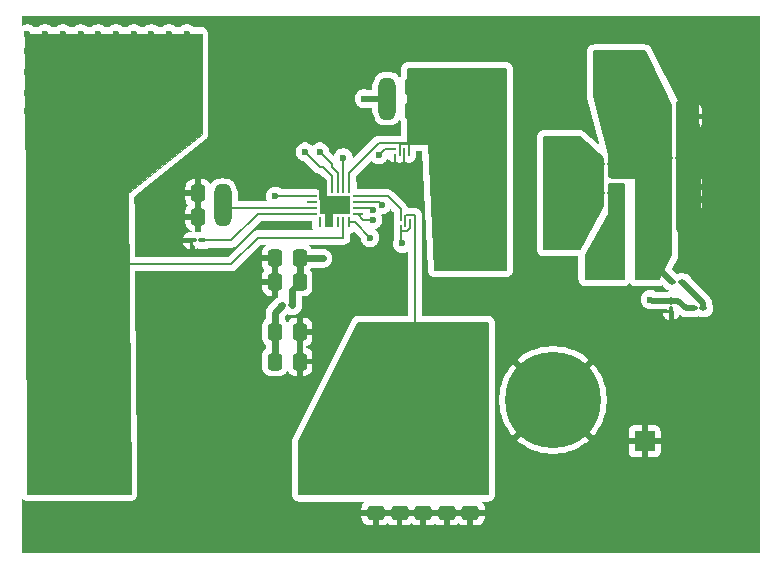
<source format=gbr>
%TF.GenerationSoftware,KiCad,Pcbnew,9.0.1*%
%TF.CreationDate,2025-11-16T17:16:37-08:00*%
%TF.ProjectId,GaN-LTC7800,47614e2d-4c54-4433-9738-30302e6b6963,rev?*%
%TF.SameCoordinates,Original*%
%TF.FileFunction,Copper,L1,Top*%
%TF.FilePolarity,Positive*%
%FSLAX46Y46*%
G04 Gerber Fmt 4.6, Leading zero omitted, Abs format (unit mm)*
G04 Created by KiCad (PCBNEW 9.0.1) date 2025-11-16 17:16:37*
%MOMM*%
%LPD*%
G01*
G04 APERTURE LIST*
G04 Aperture macros list*
%AMRoundRect*
0 Rectangle with rounded corners*
0 $1 Rounding radius*
0 $2 $3 $4 $5 $6 $7 $8 $9 X,Y pos of 4 corners*
0 Add a 4 corners polygon primitive as box body*
4,1,4,$2,$3,$4,$5,$6,$7,$8,$9,$2,$3,0*
0 Add four circle primitives for the rounded corners*
1,1,$1+$1,$2,$3*
1,1,$1+$1,$4,$5*
1,1,$1+$1,$6,$7*
1,1,$1+$1,$8,$9*
0 Add four rect primitives between the rounded corners*
20,1,$1+$1,$2,$3,$4,$5,0*
20,1,$1+$1,$4,$5,$6,$7,0*
20,1,$1+$1,$6,$7,$8,$9,0*
20,1,$1+$1,$8,$9,$2,$3,0*%
G04 Aperture macros list end*
%TA.AperFunction,Conductor*%
%ADD10C,0.200000*%
%TD*%
%TA.AperFunction,Conductor*%
%ADD11C,0.100000*%
%TD*%
%TA.AperFunction,SMDPad,CuDef*%
%ADD12RoundRect,0.250000X0.337500X0.475000X-0.337500X0.475000X-0.337500X-0.475000X0.337500X-0.475000X0*%
%TD*%
%TA.AperFunction,SMDPad,CuDef*%
%ADD13RoundRect,0.250000X-0.337500X-0.475000X0.337500X-0.475000X0.337500X0.475000X-0.337500X0.475000X0*%
%TD*%
%TA.AperFunction,SMDPad,CuDef*%
%ADD14RoundRect,0.250000X-0.475000X0.337500X-0.475000X-0.337500X0.475000X-0.337500X0.475000X0.337500X0*%
%TD*%
%TA.AperFunction,SMDPad,CuDef*%
%ADD15RoundRect,0.100000X-0.217500X-0.100000X0.217500X-0.100000X0.217500X0.100000X-0.217500X0.100000X0*%
%TD*%
%TA.AperFunction,ComponentPad*%
%ADD16R,1.700000X1.700000*%
%TD*%
%TA.AperFunction,SMDPad,CuDef*%
%ADD17R,0.270000X0.840000*%
%TD*%
%TA.AperFunction,SMDPad,CuDef*%
%ADD18R,0.840000X0.270000*%
%TD*%
%TA.AperFunction,SMDPad,CuDef*%
%ADD19R,2.650000X1.650000*%
%TD*%
%TA.AperFunction,ComponentPad*%
%ADD20C,8.115000*%
%TD*%
%TA.AperFunction,SMDPad,CuDef*%
%ADD21RoundRect,0.250000X0.475000X-0.337500X0.475000X0.337500X-0.475000X0.337500X-0.475000X-0.337500X0*%
%TD*%
%TA.AperFunction,SMDPad,CuDef*%
%ADD22RoundRect,0.100000X0.217500X0.100000X-0.217500X0.100000X-0.217500X-0.100000X0.217500X-0.100000X0*%
%TD*%
%TA.AperFunction,SMDPad,CuDef*%
%ADD23O,0.180000X0.296000*%
%TD*%
%TA.AperFunction,SMDPad,CuDef*%
%ADD24O,0.180000X0.814000*%
%TD*%
%TA.AperFunction,SMDPad,CuDef*%
%ADD25R,2.380000X8.500000*%
%TD*%
%TA.AperFunction,SMDPad,CuDef*%
%ADD26RoundRect,0.100000X-0.100000X0.217500X-0.100000X-0.217500X0.100000X-0.217500X0.100000X0.217500X0*%
%TD*%
%TA.AperFunction,ViaPad*%
%ADD27C,0.600000*%
%TD*%
%TA.AperFunction,Conductor*%
%ADD28C,1.500000*%
%TD*%
%TA.AperFunction,Conductor*%
%ADD29C,0.500000*%
%TD*%
%TA.AperFunction,Conductor*%
%ADD30C,0.600000*%
%TD*%
G04 APERTURE END LIST*
D10*
%TO.N,GND*%
X95000000Y-131750000D02*
X95500000Y-131750000D01*
X95750000Y-132000000D01*
X95750000Y-132750000D01*
X95250000Y-132750000D01*
X94500000Y-132250000D01*
X93500000Y-132250000D01*
X93250000Y-132000000D01*
X93250000Y-131500000D01*
X93500000Y-131250000D01*
X94500000Y-131250000D01*
X95000000Y-131750000D01*
%TA.AperFunction,Conductor*%
G36*
X95000000Y-131750000D02*
G01*
X95500000Y-131750000D01*
X95750000Y-132000000D01*
X95750000Y-132750000D01*
X95250000Y-132750000D01*
X94500000Y-132250000D01*
X93500000Y-132250000D01*
X93250000Y-132000000D01*
X93250000Y-131500000D01*
X93500000Y-131250000D01*
X94500000Y-131250000D01*
X95000000Y-131750000D01*
G37*
%TD.AperFunction*%
%TO.N,/SW*%
X111000000Y-139500000D02*
X105000000Y-139500000D01*
X104500000Y-128750000D01*
X102750000Y-128750000D01*
X102750000Y-122500000D01*
X111000000Y-122500000D01*
X111000000Y-139500000D01*
%TA.AperFunction,Conductor*%
G36*
X111000000Y-139500000D02*
G01*
X105000000Y-139500000D01*
X104500000Y-128750000D01*
X102750000Y-128750000D01*
X102750000Y-122500000D01*
X111000000Y-122500000D01*
X111000000Y-139500000D01*
G37*
%TD.AperFunction*%
%TO.N,/SENSE+*%
X121000000Y-140250000D02*
X117750000Y-140250000D01*
X117750000Y-138250000D01*
X119750000Y-134750000D01*
X119750000Y-132250000D01*
X121000000Y-132250000D01*
X121000000Y-140250000D01*
%TA.AperFunction,Conductor*%
G36*
X121000000Y-140250000D02*
G01*
X117750000Y-140250000D01*
X117750000Y-138250000D01*
X119750000Y-134750000D01*
X119750000Y-132250000D01*
X121000000Y-132250000D01*
X121000000Y-140250000D01*
G37*
%TD.AperFunction*%
%TO.N,GND*%
X127500000Y-136250000D02*
X128500000Y-137000000D01*
X131250000Y-137000000D01*
X131250000Y-141250000D01*
X128000000Y-141250000D01*
X125500000Y-136000000D01*
X125500000Y-129500000D01*
X125462500Y-125250000D01*
X127250000Y-125250000D01*
X127500000Y-136250000D01*
%TA.AperFunction,Conductor*%
G36*
X127500000Y-136250000D02*
G01*
X128500000Y-137000000D01*
X131250000Y-137000000D01*
X131250000Y-141250000D01*
X128000000Y-141250000D01*
X125500000Y-136000000D01*
X125500000Y-129500000D01*
X125462500Y-125250000D01*
X127250000Y-125250000D01*
X127500000Y-136250000D01*
G37*
%TD.AperFunction*%
%TO.N,/Vout*%
X125000000Y-138250000D02*
X124000000Y-140250000D01*
X122000000Y-140250000D01*
X122000000Y-131750000D01*
X120000000Y-131750000D01*
X119750000Y-131500000D01*
X119750000Y-129750000D01*
X125000000Y-129750000D01*
X125000000Y-138250000D01*
%TA.AperFunction,Conductor*%
G36*
X125000000Y-138250000D02*
G01*
X124000000Y-140250000D01*
X122000000Y-140250000D01*
X122000000Y-131750000D01*
X120000000Y-131750000D01*
X119750000Y-131500000D01*
X119750000Y-129750000D01*
X125000000Y-129750000D01*
X125000000Y-138250000D01*
G37*
%TD.AperFunction*%
X125000000Y-125500000D02*
X125000000Y-129750000D01*
X119750000Y-129750000D01*
X118500000Y-124750000D01*
X118500000Y-121000000D01*
X122750000Y-121000000D01*
X125000000Y-125500000D01*
%TA.AperFunction,Conductor*%
G36*
X125000000Y-125500000D02*
G01*
X125000000Y-129750000D01*
X119750000Y-129750000D01*
X118500000Y-124750000D01*
X118500000Y-121000000D01*
X122750000Y-121000000D01*
X125000000Y-125500000D01*
G37*
%TD.AperFunction*%
%TO.N,GND*%
X96250000Y-135750000D02*
X95750000Y-135750000D01*
X95750000Y-134750000D01*
X96250000Y-134750000D01*
X96250000Y-135750000D01*
%TA.AperFunction,Conductor*%
G36*
X96250000Y-135750000D02*
G01*
X95750000Y-135750000D01*
X95750000Y-134750000D01*
X96250000Y-134750000D01*
X96250000Y-135750000D01*
G37*
%TD.AperFunction*%
X95750000Y-133500000D02*
X95250000Y-133500000D01*
X95250000Y-132250000D01*
X95750000Y-132250000D01*
X95750000Y-133500000D01*
%TA.AperFunction,Conductor*%
G36*
X95750000Y-133500000D02*
G01*
X95250000Y-133500000D01*
X95250000Y-132250000D01*
X95750000Y-132250000D01*
X95750000Y-133500000D01*
G37*
%TD.AperFunction*%
D11*
%TO.N,/Vout*%
X85250000Y-128000000D02*
X79000000Y-133000000D01*
X79250000Y-158250000D01*
X79250000Y-158500000D01*
X70500000Y-158500000D01*
X70250000Y-119500000D01*
X85250000Y-119500000D01*
X85250000Y-128000000D01*
%TA.AperFunction,Conductor*%
G36*
X85250000Y-128000000D02*
G01*
X79000000Y-133000000D01*
X79250000Y-158250000D01*
X79250000Y-158500000D01*
X70500000Y-158500000D01*
X70250000Y-119500000D01*
X85250000Y-119500000D01*
X85250000Y-128000000D01*
G37*
%TD.AperFunction*%
D10*
%TO.N,/VIN*%
X109500000Y-158500000D02*
X93500000Y-158500000D01*
X93500000Y-154000000D01*
X98500000Y-144000000D01*
X109500000Y-144000000D01*
X109500000Y-158500000D01*
%TA.AperFunction,Conductor*%
G36*
X109500000Y-158500000D02*
G01*
X93500000Y-158500000D01*
X93500000Y-154000000D01*
X98500000Y-144000000D01*
X109500000Y-144000000D01*
X109500000Y-158500000D01*
G37*
%TD.AperFunction*%
%TO.N,Net-(L1-Pad2)*%
X119250000Y-130000000D02*
X119250000Y-134057547D01*
X117250000Y-137750000D01*
X114250000Y-137750000D01*
X114250000Y-128250000D01*
X117250000Y-128250000D01*
X119250000Y-130000000D01*
%TA.AperFunction,Conductor*%
G36*
X119250000Y-130000000D02*
G01*
X119250000Y-134057547D01*
X117250000Y-137750000D01*
X114250000Y-137750000D01*
X114250000Y-128250000D01*
X117250000Y-128250000D01*
X119250000Y-130000000D01*
G37*
%TD.AperFunction*%
%TD*%
D12*
%TO.P,C3_EX1,1*%
%TO.N,/SW*%
X103037500Y-124000000D03*
%TO.P,C3_EX1,2*%
%TO.N,/BOOST*%
X100962500Y-124000000D03*
%TD*%
D13*
%TO.P,C1,1*%
%TO.N,GND*%
X84962500Y-135000000D03*
%TO.P,C1,2*%
%TO.N,Net-(U1-TRACK{slash}SS)*%
X87037500Y-135000000D03*
%TD*%
%TO.P,CSENSE1,1*%
%TO.N,/SENSE+*%
X120462500Y-137000000D03*
%TO.P,CSENSE1,2*%
%TO.N,/Vout*%
X122537500Y-137000000D03*
%TD*%
D14*
%TO.P,CinB1,1*%
%TO.N,/VIN*%
X108000000Y-157962500D03*
%TO.P,CinB1,2*%
%TO.N,GND*%
X108000000Y-160037500D03*
%TD*%
D15*
%TO.P,R2,1*%
%TO.N,GND*%
X84500000Y-137000000D03*
%TO.P,R2,2*%
%TO.N,Net-(U1-FREQ)*%
X85315000Y-137000000D03*
%TD*%
D12*
%TO.P,C5,1*%
%TO.N,GND*%
X93537500Y-147250000D03*
%TO.P,C5,2*%
%TO.N,Net-(C5-Pad2)*%
X91462500Y-147250000D03*
%TD*%
D16*
%TO.P,TP_VIN2,1,Pin_1*%
%TO.N,GND*%
X122750000Y-154000000D03*
%TD*%
D13*
%TO.P,C3,1*%
%TO.N,/BOOST*%
X100962500Y-126000000D03*
%TO.P,C3,2*%
%TO.N,/SW*%
X103037500Y-126000000D03*
%TD*%
D17*
%TO.P,U1,1,PLLIN/MODE*%
%TO.N,unconnected-(U1-PLLIN{slash}MODE-Pad1)*%
X95250000Y-135445000D03*
%TO.P,U1,2,SGND*%
%TO.N,GND*%
X95750000Y-135445000D03*
%TO.P,U1,3,SGND*%
X96250000Y-135445000D03*
%TO.P,U1,4,RUN*%
%TO.N,unconnected-(U1-RUN-Pad4)*%
X96750000Y-135445000D03*
%TO.P,U1,5,SENSE-*%
%TO.N,/Vout*%
X97250000Y-135445000D03*
%TO.P,U1,6,SENSE+*%
%TO.N,/SENSE+*%
X97750000Y-135445000D03*
D18*
%TO.P,U1,7,VFB*%
%TO.N,/VFB*%
X98445000Y-134750000D03*
%TO.P,U1,8,ITH*%
%TO.N,/ITH*%
X98445000Y-134250000D03*
%TO.P,U1,9,PGOOD*%
%TO.N,Net-(U1-PGOOD)*%
X98445000Y-133750000D03*
%TO.P,U1,10,TG*%
%TO.N,/TG*%
X98445000Y-133250000D03*
D17*
%TO.P,U1,11,SW*%
%TO.N,/SW*%
X97750000Y-132555000D03*
%TO.P,U1,12,BOOST*%
%TO.N,/BOOST*%
X97250000Y-132555000D03*
%TO.P,U1,13,BG*%
%TO.N,/BG*%
X96750000Y-132555000D03*
%TO.P,U1,14,INTVCC*%
%TO.N,/INTVCC*%
X96250000Y-132555000D03*
%TO.P,U1,15,EXTVCC*%
%TO.N,GND*%
X95750000Y-132555000D03*
%TO.P,U1,16,PGND*%
X95250000Y-132555000D03*
D18*
%TO.P,U1,17,VIN*%
%TO.N,/VIN*%
X94555000Y-133250000D03*
%TO.P,U1,18,ILIM*%
%TO.N,unconnected-(U1-ILIM-Pad18)*%
X94555000Y-133750000D03*
%TO.P,U1,19,TRACK/SS*%
%TO.N,Net-(U1-TRACK{slash}SS)*%
X94555000Y-134250000D03*
%TO.P,U1,20,FREQ*%
%TO.N,Net-(U1-FREQ)*%
X94555000Y-134750000D03*
D19*
%TO.P,U1,21,SGND*%
%TO.N,GND*%
X96500000Y-134000000D03*
%TD*%
D16*
%TO.P,TP_VIN1,1,Pin_1*%
%TO.N,/VIN*%
X96500000Y-156500000D03*
%TD*%
D12*
%TO.P,CSENSE_EX1,1*%
%TO.N,/Vout*%
X122537500Y-139000000D03*
%TO.P,CSENSE_EX1,2*%
%TO.N,/SENSE+*%
X120462500Y-139000000D03*
%TD*%
%TO.P,COUT_EX2,1*%
%TO.N,GND*%
X126537500Y-134500000D03*
%TO.P,COUT_EX2,2*%
%TO.N,/Vout*%
X124462500Y-134500000D03*
%TD*%
D20*
%TO.P,VSource_IN1,1,1*%
%TO.N,/VIN*%
X104000000Y-150500000D03*
%TD*%
D12*
%TO.P,COUT_EX1,1*%
%TO.N,GND*%
X126537500Y-132500000D03*
%TO.P,COUT_EX1,2*%
%TO.N,/Vout*%
X124462500Y-132500000D03*
%TD*%
D13*
%TO.P,C1_EX1,1*%
%TO.N,GND*%
X84962500Y-133000000D03*
%TO.P,C1_EX1,2*%
%TO.N,Net-(U1-TRACK{slash}SS)*%
X87037500Y-133000000D03*
%TD*%
D15*
%TO.P,RSENSE1,1*%
%TO.N,Net-(L1-Pad2)*%
X119092500Y-130500000D03*
%TO.P,RSENSE1,2*%
%TO.N,/Vout*%
X119907500Y-130500000D03*
%TD*%
D14*
%TO.P,CinA2,1*%
%TO.N,/VIN*%
X104000000Y-157962500D03*
%TO.P,CinA2,2*%
%TO.N,GND*%
X104000000Y-160037500D03*
%TD*%
D15*
%TO.P,R6,1*%
%TO.N,/Vout*%
X125092500Y-140500000D03*
%TO.P,R6,2*%
%TO.N,Net-(R6-Pad2)*%
X125907500Y-140500000D03*
%TD*%
D14*
%TO.P,CinB1_EX1,1*%
%TO.N,/VIN*%
X100000000Y-157962500D03*
%TO.P,CinB1_EX1,2*%
%TO.N,GND*%
X100000000Y-160037500D03*
%TD*%
D15*
%TO.P,RLOAD1,1*%
%TO.N,/Vout*%
X124842500Y-130000000D03*
%TO.P,RLOAD1,2*%
%TO.N,GND*%
X125657500Y-130000000D03*
%TD*%
D21*
%TO.P,CinA1_EX1,1*%
%TO.N,GND*%
X102000000Y-160037500D03*
%TO.P,CinA1_EX1,2*%
%TO.N,/VIN*%
X102000000Y-157962500D03*
%TD*%
D22*
%TO.P,R9,1*%
%TO.N,/ITH*%
X92907500Y-142500000D03*
%TO.P,R9,2*%
%TO.N,Net-(C5-Pad2)*%
X92092500Y-142500000D03*
%TD*%
D13*
%TO.P,COUT1,1*%
%TO.N,/Vout*%
X124425000Y-126500000D03*
%TO.P,COUT1,2*%
%TO.N,GND*%
X126500000Y-126500000D03*
%TD*%
%TO.P,C6_EX1,1*%
%TO.N,GND*%
X91462500Y-140500000D03*
%TO.P,C6_EX1,2*%
%TO.N,/ITH*%
X93537500Y-140500000D03*
%TD*%
D22*
%TO.P,R7,1*%
%TO.N,Net-(R6-Pad2)*%
X127725000Y-142750000D03*
%TO.P,R7,2*%
%TO.N,/VFB*%
X126910000Y-142750000D03*
%TD*%
D16*
%TO.P,VOUT1,1,Pin_1*%
%TO.N,/Vout*%
X120500000Y-123000000D03*
%TD*%
D23*
%TO.P,Q1,1*%
%TO.N,/TG*%
X102100000Y-135241000D03*
%TO.P,Q1,2*%
%TO.N,/SW*%
X102100000Y-135759000D03*
D24*
%TO.P,Q1,3*%
%TO.N,/VIN*%
X102500000Y-135500000D03*
%TO.P,Q1,4*%
%TO.N,/SW*%
X102900000Y-135500000D03*
%TO.P,Q1,5*%
%TO.N,/VIN*%
X103300000Y-135500000D03*
%TD*%
D14*
%TO.P,CinA1,1*%
%TO.N,/VIN*%
X106000000Y-157962500D03*
%TO.P,CinA1,2*%
%TO.N,GND*%
X106000000Y-160037500D03*
%TD*%
D20*
%TO.P,VSource_GND1,1,1*%
%TO.N,GND*%
X115000000Y-150500000D03*
%TD*%
D25*
%TO.P,L1,1*%
%TO.N,/SW*%
X109175000Y-133000000D03*
%TO.P,L1,2*%
%TO.N,Net-(L1-Pad2)*%
X115825000Y-133000000D03*
%TD*%
D13*
%TO.P,C6,1*%
%TO.N,GND*%
X91462500Y-138500000D03*
%TO.P,C6,2*%
%TO.N,/ITH*%
X93537500Y-138500000D03*
%TD*%
D15*
%TO.P,R4,1*%
%TO.N,Net-(L1-Pad2)*%
X119092500Y-133000000D03*
%TO.P,R4,2*%
%TO.N,/SENSE+*%
X119907500Y-133000000D03*
%TD*%
D12*
%TO.P,C5_EX1,1*%
%TO.N,GND*%
X93537500Y-144750000D03*
%TO.P,C5_EX1,2*%
%TO.N,Net-(C5-Pad2)*%
X91462500Y-144750000D03*
%TD*%
D26*
%TO.P,R5,1*%
%TO.N,/VFB*%
X125000000Y-142092500D03*
%TO.P,R5,2*%
%TO.N,GND*%
X125000000Y-142907500D03*
%TD*%
D23*
%TO.P,Q2,1*%
%TO.N,/BG*%
X101600000Y-129241000D03*
%TO.P,Q2,2*%
%TO.N,GND*%
X101600000Y-129759000D03*
D24*
%TO.P,Q2,3*%
%TO.N,/SW*%
X102000000Y-129500000D03*
%TO.P,Q2,4*%
%TO.N,GND*%
X102400000Y-129500000D03*
%TO.P,Q2,5*%
%TO.N,/SW*%
X102800000Y-129500000D03*
%TD*%
D16*
%TO.P,GND1,1,Pin_1*%
%TO.N,GND*%
X130000000Y-139000000D03*
%TD*%
D27*
%TO.N,GND*%
X81000000Y-142250000D03*
X82250000Y-144750000D03*
X86000000Y-146000000D03*
X83500000Y-142250000D03*
X81000000Y-148500000D03*
X84750000Y-146000000D03*
X84750000Y-147250000D03*
X82250000Y-146000000D03*
X83500000Y-148500000D03*
X86000000Y-143500000D03*
X86000000Y-147250000D03*
X86000000Y-148500000D03*
X83500000Y-146000000D03*
X82250000Y-147250000D03*
X84750000Y-144750000D03*
X82250000Y-142250000D03*
X84750000Y-142250000D03*
X87250000Y-144750000D03*
X83500000Y-144750000D03*
X81000000Y-147250000D03*
X83500000Y-143500000D03*
X87250000Y-142250000D03*
X81000000Y-143500000D03*
X87250000Y-143500000D03*
X87250000Y-148500000D03*
X84750000Y-143500000D03*
X82250000Y-148500000D03*
X87250000Y-146000000D03*
X87250000Y-147250000D03*
X81000000Y-146000000D03*
X82250000Y-143500000D03*
X81000000Y-144750000D03*
X86000000Y-142250000D03*
X86000000Y-144750000D03*
X83500000Y-147250000D03*
X84750000Y-148500000D03*
%TO.N,/INTVCC*%
X94000000Y-129500000D03*
%TO.N,/SW*%
X102250000Y-137250000D03*
X105250000Y-137250000D03*
%TO.N,/BOOST*%
X97250000Y-130000000D03*
X99000000Y-125000000D03*
%TO.N,/ITH*%
X95500000Y-138500000D03*
X99750000Y-134449997D03*
%TO.N,/VIN*%
X91500000Y-133250000D03*
X97500000Y-149250000D03*
%TO.N,/Vout*%
X71250000Y-122000000D03*
X73500000Y-121000000D03*
X81000000Y-121000000D03*
X75750000Y-125250000D03*
X75750000Y-123750000D03*
X76500000Y-119500000D03*
X84000000Y-124500000D03*
X76500000Y-124500000D03*
X78750000Y-123750000D03*
X83250000Y-120250000D03*
X80250000Y-122000000D03*
X81750000Y-120250000D03*
X79500000Y-122750000D03*
X84000000Y-122750000D03*
X83250000Y-122000000D03*
X75750000Y-122000000D03*
X76500000Y-122750000D03*
X81750000Y-122000000D03*
X75000000Y-119500000D03*
X78000000Y-126000000D03*
X72000000Y-126000000D03*
X84000000Y-126000000D03*
X75000000Y-122750000D03*
X76500000Y-121000000D03*
X82500000Y-122750000D03*
X73500000Y-119500000D03*
X70500000Y-122750000D03*
X70500000Y-121000000D03*
X72000000Y-122750000D03*
X75750000Y-120250000D03*
X83250000Y-123750000D03*
X82500000Y-119500000D03*
X72000000Y-121000000D03*
X78750000Y-125250000D03*
X71250000Y-125250000D03*
X74250000Y-120250000D03*
X74250000Y-125250000D03*
X78000000Y-121000000D03*
X81000000Y-122750000D03*
X78000000Y-122750000D03*
X80250000Y-125250000D03*
X78750000Y-122000000D03*
X73500000Y-126000000D03*
X72750000Y-125250000D03*
X72000000Y-124500000D03*
X72000000Y-119500000D03*
X81750000Y-123750000D03*
X70500000Y-119500000D03*
X81750000Y-125250000D03*
X81000000Y-124500000D03*
X74250000Y-123750000D03*
X84750000Y-120250000D03*
X71250000Y-120250000D03*
X77250000Y-123750000D03*
X78750000Y-120250000D03*
X79500000Y-119500000D03*
X83250000Y-125250000D03*
X80250000Y-120250000D03*
X84000000Y-119500000D03*
X82500000Y-121000000D03*
X82500000Y-124500000D03*
X78000000Y-124500000D03*
X73500000Y-124500000D03*
X72750000Y-123750000D03*
X80250000Y-123750000D03*
X74250000Y-122000000D03*
X81000000Y-126000000D03*
X77250000Y-120250000D03*
X77250000Y-122000000D03*
X84750000Y-123750000D03*
X73500000Y-122750000D03*
X75000000Y-124500000D03*
X79500000Y-124500000D03*
X79500000Y-121000000D03*
X71250000Y-123750000D03*
X79500000Y-126000000D03*
X84750000Y-122000000D03*
X75000000Y-126000000D03*
X84000000Y-121000000D03*
X81000000Y-119500000D03*
X82500000Y-126000000D03*
X70500000Y-124500000D03*
X70500000Y-126000000D03*
X75000000Y-121000000D03*
X76500000Y-126000000D03*
X84750000Y-125250000D03*
X78000000Y-119500000D03*
X72750000Y-122000000D03*
X72750000Y-120250000D03*
X77250000Y-125250000D03*
%TO.N,/SENSE+*%
X118250000Y-138750000D03*
X99500000Y-136750000D03*
%TO.N,/BG*%
X95250000Y-129500000D03*
X100250000Y-129750000D03*
%TO.N,Net-(U1-PGOOD)*%
X100500000Y-134000000D03*
%TO.N,/VFB*%
X99750000Y-135250000D03*
X123250000Y-142000000D03*
%TD*%
D28*
%TO.N,Net-(U1-TRACK{slash}SS)*%
X87037500Y-133000000D02*
X87037500Y-135000000D01*
D10*
X87787500Y-134250000D02*
X87037500Y-135000000D01*
X94555000Y-134250000D02*
X87787500Y-134250000D01*
%TO.N,GND*%
X101600000Y-130600000D02*
X101750000Y-130750000D01*
X130000000Y-141250000D02*
X130000000Y-139000000D01*
X101750000Y-130750000D02*
X102250000Y-130750000D01*
X102400000Y-130600000D02*
X102400000Y-129500000D01*
X102250000Y-130750000D02*
X102400000Y-130600000D01*
X101600000Y-129759000D02*
X101600000Y-130600000D01*
%TO.N,/INTVCC*%
X95250000Y-130750000D02*
X95500000Y-130750000D01*
X95500000Y-130750000D02*
X96250000Y-131500000D01*
X96250000Y-131500000D02*
X96250000Y-132555000D01*
X94000000Y-129500000D02*
X95250000Y-130750000D01*
%TO.N,/SW*%
X102100000Y-137100000D02*
X102250000Y-137250000D01*
X104250000Y-128750000D02*
X104292000Y-128792000D01*
X102000000Y-128893000D02*
X102101000Y-128792000D01*
X102661958Y-136208000D02*
X102900000Y-135969958D01*
X97750000Y-132555000D02*
X97750000Y-131250000D01*
X102800000Y-128893000D02*
X102800000Y-129500000D01*
X100250000Y-128750000D02*
X104250000Y-128750000D01*
X102201000Y-136208000D02*
X102661958Y-136208000D01*
X104292000Y-128792000D02*
X102101000Y-128792000D01*
X102101000Y-128792000D02*
X102699000Y-128792000D01*
X102900000Y-135969958D02*
X102900000Y-135500000D01*
X102000000Y-129500000D02*
X102000000Y-128893000D01*
X102100000Y-135759000D02*
X102100000Y-136107000D01*
X102100000Y-136107000D02*
X102201000Y-136208000D01*
X102100000Y-136107000D02*
X102100000Y-137100000D01*
X97750000Y-131250000D02*
X100250000Y-128750000D01*
X102699000Y-128792000D02*
X102800000Y-128893000D01*
D28*
%TO.N,/BOOST*%
X100962500Y-125000000D02*
X100962500Y-126000000D01*
D29*
X99000000Y-125000000D02*
X100962500Y-125000000D01*
D10*
X97250000Y-130000000D02*
X97250000Y-132555000D01*
D28*
X100962500Y-124000000D02*
X100962500Y-125000000D01*
D30*
%TO.N,Net-(C5-Pad2)*%
X91462500Y-147250000D02*
X91462500Y-144750000D01*
X91462500Y-144750000D02*
X91462500Y-143126500D01*
X91462500Y-143126500D02*
X92089000Y-142500000D01*
%TO.N,/ITH*%
X93537500Y-140500000D02*
X93537500Y-138500000D01*
D10*
X98445000Y-134250000D02*
X99550003Y-134250000D01*
D30*
X95500000Y-138500000D02*
X93537500Y-138500000D01*
X93537500Y-140500000D02*
X93537500Y-140537500D01*
X92911000Y-141164000D02*
X92911000Y-142500000D01*
X93537500Y-140537500D02*
X92911000Y-141164000D01*
D10*
X99550003Y-134250000D02*
X99750000Y-134449997D01*
%TO.N,/VIN*%
X103300000Y-135500000D02*
X103300000Y-149450000D01*
X102500000Y-135500000D02*
X102500000Y-134900000D01*
X103300000Y-134900000D02*
X103300000Y-135500000D01*
X102500000Y-134900000D02*
X102558000Y-134842000D01*
X102558000Y-134842000D02*
X103242000Y-134842000D01*
X103242000Y-134842000D02*
X103300000Y-134900000D01*
X103300000Y-149450000D02*
X101500000Y-151250000D01*
X94555000Y-133250000D02*
X91500000Y-133250000D01*
%TO.N,/Vout*%
X122375000Y-137782500D02*
X122375000Y-135000000D01*
X90000000Y-136750000D02*
X87750000Y-139000000D01*
X97250000Y-135445000D02*
X97250000Y-136750000D01*
X97250000Y-136750000D02*
X90000000Y-136750000D01*
D29*
X125092500Y-140500000D02*
X122375000Y-137782500D01*
D10*
X87750000Y-139000000D02*
X74625000Y-139000000D01*
%TO.N,/SENSE+*%
X97750000Y-135445000D02*
X98195000Y-135445000D01*
X98195000Y-135445000D02*
X99500000Y-136750000D01*
%TO.N,/TG*%
X98445000Y-133250000D02*
X101000000Y-133250000D01*
X102100000Y-134350000D02*
X102100000Y-135241000D01*
X101000000Y-133250000D02*
X102100000Y-134350000D01*
%TO.N,/BG*%
X96250000Y-130500000D02*
X96250000Y-130750000D01*
X100759000Y-129241000D02*
X101600000Y-129241000D01*
X96750000Y-131250000D02*
X96750000Y-132555000D01*
X100250000Y-129750000D02*
X100759000Y-129241000D01*
X96250000Y-130750000D02*
X96750000Y-131250000D01*
X95250000Y-129500000D02*
X96250000Y-130500000D01*
%TO.N,Net-(U1-PGOOD)*%
X100250000Y-133750000D02*
X100500000Y-134000000D01*
X98445000Y-133750000D02*
X100250000Y-133750000D01*
%TO.N,Net-(U1-FREQ)*%
X90000000Y-134750000D02*
X87750000Y-137000000D01*
X87750000Y-137000000D02*
X85315000Y-137000000D01*
X94555000Y-134750000D02*
X90000000Y-134750000D01*
D29*
%TO.N,/VFB*%
X126250000Y-142750000D02*
X126910000Y-142750000D01*
D10*
X124907500Y-142000000D02*
X125000000Y-142092500D01*
D29*
X125112630Y-142092500D02*
X125592500Y-142092500D01*
D10*
X98445000Y-134750000D02*
X98945000Y-135250000D01*
X125000000Y-142092500D02*
X125112630Y-142092500D01*
D29*
X125000000Y-142092500D02*
X123342500Y-142092500D01*
D10*
X123342500Y-142092500D02*
X123250000Y-142000000D01*
D29*
X125592500Y-142092500D02*
X126250000Y-142750000D01*
D10*
X98945000Y-135250000D02*
X99750000Y-135250000D01*
D29*
%TO.N,Net-(R6-Pad2)*%
X125907500Y-140500000D02*
X127725000Y-142317500D01*
X127725000Y-142317500D02*
X127725000Y-142750000D01*
%TD*%
%TA.AperFunction,Conductor*%
%TO.N,GND*%
G36*
X132485148Y-118014852D02*
G01*
X132499500Y-118049500D01*
X132499500Y-163450500D01*
X132485148Y-163485148D01*
X132450500Y-163499500D01*
X70049500Y-163499500D01*
X70014852Y-163485148D01*
X70000500Y-163450500D01*
X70000500Y-160424980D01*
X98775001Y-160424980D01*
X98785493Y-160527693D01*
X98840642Y-160694122D01*
X98932682Y-160843343D01*
X99056656Y-160967317D01*
X99205877Y-161059357D01*
X99372306Y-161114506D01*
X99475018Y-161124999D01*
X99749999Y-161124999D01*
X100250000Y-161124999D01*
X100524980Y-161124999D01*
X100627693Y-161114506D01*
X100794122Y-161059357D01*
X100943343Y-160967317D01*
X100965352Y-160945309D01*
X101000000Y-160930957D01*
X101034648Y-160945309D01*
X101056656Y-160967317D01*
X101205877Y-161059357D01*
X101372306Y-161114506D01*
X101475018Y-161124999D01*
X101749999Y-161124999D01*
X102250000Y-161124999D01*
X102524980Y-161124999D01*
X102627693Y-161114506D01*
X102794122Y-161059357D01*
X102943343Y-160967317D01*
X102965352Y-160945309D01*
X103000000Y-160930957D01*
X103034648Y-160945309D01*
X103056656Y-160967317D01*
X103205877Y-161059357D01*
X103372306Y-161114506D01*
X103475018Y-161124999D01*
X103749999Y-161124999D01*
X104250000Y-161124999D01*
X104524980Y-161124999D01*
X104627693Y-161114506D01*
X104794122Y-161059357D01*
X104943343Y-160967317D01*
X104965352Y-160945309D01*
X105000000Y-160930957D01*
X105034648Y-160945309D01*
X105056656Y-160967317D01*
X105205877Y-161059357D01*
X105372306Y-161114506D01*
X105475018Y-161124999D01*
X105749999Y-161124999D01*
X106250000Y-161124999D01*
X106524980Y-161124999D01*
X106627693Y-161114506D01*
X106794122Y-161059357D01*
X106943343Y-160967317D01*
X106965352Y-160945309D01*
X107000000Y-160930957D01*
X107034648Y-160945309D01*
X107056656Y-160967317D01*
X107205877Y-161059357D01*
X107372306Y-161114506D01*
X107475018Y-161124999D01*
X107749999Y-161124999D01*
X108250000Y-161124999D01*
X108524980Y-161124999D01*
X108627693Y-161114506D01*
X108794122Y-161059357D01*
X108943343Y-160967317D01*
X109067317Y-160843343D01*
X109159357Y-160694122D01*
X109214506Y-160527693D01*
X109225000Y-160424981D01*
X109225000Y-160287500D01*
X108250000Y-160287500D01*
X108250000Y-161124999D01*
X107749999Y-161124999D01*
X107750000Y-161124998D01*
X107750000Y-160287500D01*
X106250000Y-160287500D01*
X106250000Y-161124999D01*
X105749999Y-161124999D01*
X105750000Y-161124998D01*
X105750000Y-160287500D01*
X104250000Y-160287500D01*
X104250000Y-161124999D01*
X103749999Y-161124999D01*
X103750000Y-161124998D01*
X103750000Y-160287500D01*
X102250000Y-160287500D01*
X102250000Y-161124999D01*
X101749999Y-161124999D01*
X101750000Y-161124998D01*
X101750000Y-160287500D01*
X100250000Y-160287500D01*
X100250000Y-161124999D01*
X99749999Y-161124999D01*
X99750000Y-161124998D01*
X99750000Y-160287500D01*
X98775001Y-160287500D01*
X98775001Y-160424980D01*
X70000500Y-160424980D01*
X70000500Y-158901056D01*
X70014852Y-158866408D01*
X70049500Y-158852056D01*
X70084148Y-158866408D01*
X70089532Y-158872799D01*
X70094018Y-158879154D01*
X70094023Y-158879160D01*
X70126988Y-158905979D01*
X70211371Y-158974630D01*
X70350128Y-159034901D01*
X70479400Y-159052668D01*
X70499999Y-159055500D01*
X70500000Y-159055500D01*
X79249996Y-159055500D01*
X79250000Y-159055500D01*
X79363020Y-159043881D01*
X79505566Y-158993220D01*
X79629158Y-158905979D01*
X79724630Y-158788629D01*
X79784901Y-158649872D01*
X79805500Y-158500000D01*
X79805500Y-158250000D01*
X79805500Y-158249880D01*
X79805474Y-158244622D01*
X79776253Y-155293351D01*
X79634982Y-141024980D01*
X90375001Y-141024980D01*
X90385493Y-141127693D01*
X90440642Y-141294122D01*
X90532682Y-141443343D01*
X90656656Y-141567317D01*
X90805877Y-141659357D01*
X90972306Y-141714506D01*
X91075018Y-141724999D01*
X91212499Y-141724999D01*
X91212500Y-141724998D01*
X91212500Y-140750000D01*
X90375001Y-140750000D01*
X90375001Y-141024980D01*
X79634982Y-141024980D01*
X79628299Y-140350000D01*
X79624587Y-139975018D01*
X90375000Y-139975018D01*
X90375000Y-140250000D01*
X91212500Y-140250000D01*
X91212500Y-138750000D01*
X90375001Y-138750000D01*
X90375001Y-139024980D01*
X90385493Y-139127693D01*
X90440642Y-139294122D01*
X90532682Y-139443343D01*
X90554691Y-139465352D01*
X90569043Y-139500000D01*
X90554691Y-139534648D01*
X90532682Y-139556656D01*
X90440642Y-139705877D01*
X90385493Y-139872306D01*
X90375000Y-139975018D01*
X79624587Y-139975018D01*
X79624579Y-139974259D01*
X79621368Y-139649985D01*
X79635376Y-139615197D01*
X79669881Y-139600502D01*
X79670366Y-139600500D01*
X87667930Y-139600500D01*
X87667946Y-139600501D01*
X87670943Y-139600501D01*
X87829059Y-139600501D01*
X87905421Y-139580039D01*
X87981785Y-139559577D01*
X87986845Y-139556656D01*
X88041660Y-139525008D01*
X88118716Y-139480520D01*
X88230520Y-139368716D01*
X88230520Y-139368714D01*
X88234549Y-139364686D01*
X88234552Y-139364681D01*
X90234384Y-137364852D01*
X90269032Y-137350500D01*
X90620543Y-137350500D01*
X90655191Y-137364852D01*
X90669543Y-137399500D01*
X90655191Y-137434148D01*
X90532682Y-137556656D01*
X90440642Y-137705877D01*
X90385493Y-137872306D01*
X90375000Y-137975018D01*
X90375000Y-138250000D01*
X91413500Y-138250000D01*
X91448148Y-138264352D01*
X91462500Y-138299000D01*
X91462500Y-138500000D01*
X91663500Y-138500000D01*
X91698148Y-138514352D01*
X91712500Y-138549000D01*
X91712500Y-141730604D01*
X91722888Y-141755683D01*
X91708536Y-141790331D01*
X91701111Y-141796425D01*
X91604225Y-141861161D01*
X91595756Y-141865688D01*
X91572162Y-141875462D01*
X91572154Y-141875467D01*
X91446718Y-141971717D01*
X91446717Y-141971718D01*
X91350467Y-142097153D01*
X91350464Y-142097159D01*
X91347616Y-142104033D01*
X91336996Y-142119924D01*
X90952211Y-142504711D01*
X90840710Y-142616211D01*
X90753104Y-142747324D01*
X90692763Y-142893001D01*
X90692760Y-142893012D01*
X90662000Y-143047652D01*
X90662000Y-143656335D01*
X90647648Y-143690983D01*
X90532287Y-143806344D01*
X90440186Y-143955665D01*
X90385000Y-144122205D01*
X90374500Y-144224988D01*
X90374500Y-145275010D01*
X90385000Y-145377794D01*
X90440186Y-145544334D01*
X90532287Y-145693655D01*
X90647648Y-145809016D01*
X90662000Y-145843664D01*
X90662000Y-146156335D01*
X90647648Y-146190983D01*
X90532287Y-146306344D01*
X90440186Y-146455665D01*
X90385000Y-146622205D01*
X90374500Y-146724988D01*
X90374500Y-147775010D01*
X90385000Y-147877794D01*
X90440186Y-148044334D01*
X90532285Y-148193652D01*
X90532288Y-148193656D01*
X90656344Y-148317712D01*
X90805666Y-148409814D01*
X90972203Y-148464999D01*
X91074991Y-148475500D01*
X91850008Y-148475499D01*
X91850010Y-148475499D01*
X91891123Y-148471299D01*
X91952797Y-148464999D01*
X92119334Y-148409814D01*
X92268656Y-148317712D01*
X92392712Y-148193656D01*
X92392713Y-148193653D01*
X92392715Y-148193652D01*
X92458588Y-148086853D01*
X92488992Y-148064897D01*
X92526016Y-148070871D01*
X92541998Y-148086852D01*
X92607682Y-148193343D01*
X92731656Y-148317317D01*
X92880877Y-148409357D01*
X93047306Y-148464506D01*
X93150018Y-148474999D01*
X93287499Y-148474999D01*
X93787500Y-148474999D01*
X93924980Y-148474999D01*
X94027693Y-148464506D01*
X94194122Y-148409357D01*
X94343343Y-148317317D01*
X94467317Y-148193343D01*
X94559357Y-148044122D01*
X94614506Y-147877693D01*
X94625000Y-147774981D01*
X94625000Y-147500000D01*
X93787500Y-147500000D01*
X93787500Y-148474999D01*
X93287499Y-148474999D01*
X93287500Y-148474998D01*
X93287500Y-146011355D01*
X93282796Y-145999999D01*
X93287500Y-145988642D01*
X93787500Y-145988642D01*
X93792204Y-145999999D01*
X93787500Y-146011357D01*
X93787500Y-147000000D01*
X94624999Y-147000000D01*
X94624999Y-146725019D01*
X94614506Y-146622306D01*
X94559357Y-146455877D01*
X94467317Y-146306656D01*
X94343343Y-146182682D01*
X94194122Y-146090642D01*
X94060947Y-146046513D01*
X94032572Y-146021991D01*
X94029847Y-145984587D01*
X94054369Y-145956212D01*
X94060947Y-145953487D01*
X94194122Y-145909357D01*
X94343343Y-145817317D01*
X94467317Y-145693343D01*
X94559357Y-145544122D01*
X94614506Y-145377693D01*
X94625000Y-145274981D01*
X94625000Y-145000000D01*
X93787500Y-145000000D01*
X93787500Y-145988642D01*
X93287500Y-145988642D01*
X93287500Y-144500000D01*
X93787500Y-144500000D01*
X94624999Y-144500000D01*
X94624999Y-144225019D01*
X94614506Y-144122306D01*
X94559357Y-143955877D01*
X94467317Y-143806656D01*
X94343343Y-143682682D01*
X94194122Y-143590642D01*
X94027693Y-143535493D01*
X93924981Y-143525000D01*
X93787500Y-143525000D01*
X93787500Y-144500000D01*
X93287500Y-144500000D01*
X93287500Y-143525000D01*
X93150019Y-143525000D01*
X93047306Y-143535493D01*
X92880877Y-143590642D01*
X92731656Y-143682682D01*
X92607682Y-143806656D01*
X92541998Y-143913147D01*
X92511593Y-143935102D01*
X92474569Y-143929128D01*
X92458588Y-143913146D01*
X92392715Y-143806347D01*
X92392712Y-143806344D01*
X92277352Y-143690983D01*
X92263000Y-143656335D01*
X92263000Y-143478373D01*
X92277351Y-143443726D01*
X92494431Y-143226645D01*
X92529078Y-143212294D01*
X92547824Y-143216022D01*
X92677503Y-143269737D01*
X92677509Y-143269738D01*
X92677512Y-143269739D01*
X92832152Y-143300499D01*
X92832158Y-143300500D01*
X92989842Y-143300500D01*
X93144497Y-143269737D01*
X93290179Y-143209394D01*
X93395780Y-143138832D01*
X93404235Y-143134313D01*
X93427841Y-143124536D01*
X93553282Y-143028282D01*
X93649536Y-142902841D01*
X93710044Y-142756762D01*
X93725500Y-142639361D01*
X93725499Y-142360640D01*
X93711919Y-142257480D01*
X93711500Y-142251085D01*
X93711500Y-141774499D01*
X93725852Y-141739851D01*
X93760500Y-141725499D01*
X93925010Y-141725499D01*
X93966123Y-141721299D01*
X94027797Y-141714999D01*
X94194334Y-141659814D01*
X94343656Y-141567712D01*
X94467712Y-141443656D01*
X94559814Y-141294334D01*
X94614999Y-141127797D01*
X94625500Y-141025009D01*
X94625499Y-139974992D01*
X94625164Y-139971717D01*
X94615332Y-139875461D01*
X94614999Y-139872203D01*
X94559814Y-139705666D01*
X94467712Y-139556344D01*
X94446016Y-139534648D01*
X94431664Y-139500000D01*
X94446016Y-139465352D01*
X94454327Y-139457041D01*
X94467712Y-139443656D01*
X94541654Y-139323775D01*
X94572058Y-139301821D01*
X94583359Y-139300500D01*
X95578842Y-139300500D01*
X95733497Y-139269737D01*
X95879179Y-139209394D01*
X96010289Y-139121789D01*
X96121789Y-139010289D01*
X96209394Y-138879179D01*
X96269737Y-138733497D01*
X96300500Y-138578842D01*
X96300500Y-138421158D01*
X96297627Y-138406715D01*
X96269739Y-138266512D01*
X96269736Y-138266501D01*
X96262901Y-138250000D01*
X96209394Y-138120821D01*
X96121789Y-137989711D01*
X96010289Y-137878211D01*
X96001297Y-137872203D01*
X95966978Y-137849271D01*
X95879179Y-137790606D01*
X95879176Y-137790604D01*
X95879175Y-137790604D01*
X95733498Y-137730263D01*
X95733487Y-137730260D01*
X95578847Y-137699500D01*
X95578842Y-137699500D01*
X94583359Y-137699500D01*
X94548711Y-137685148D01*
X94541654Y-137676224D01*
X94494947Y-137600500D01*
X94467712Y-137556344D01*
X94345516Y-137434148D01*
X94331164Y-137399500D01*
X94345516Y-137364852D01*
X94380164Y-137350500D01*
X97329060Y-137350500D01*
X97329060Y-137350499D01*
X97481784Y-137309577D01*
X97618716Y-137230520D01*
X97730520Y-137118716D01*
X97789533Y-137016501D01*
X97809576Y-136981786D01*
X97809576Y-136981785D01*
X97809577Y-136981784D01*
X97850499Y-136829060D01*
X97850500Y-136829060D01*
X97850500Y-136414499D01*
X97864852Y-136379851D01*
X97899500Y-136365499D01*
X97932878Y-136365499D01*
X97992478Y-136359092D01*
X97992479Y-136359091D01*
X97992483Y-136359091D01*
X98127331Y-136308796D01*
X98140366Y-136299037D01*
X98176702Y-136289761D01*
X98204379Y-136303615D01*
X98685148Y-136784383D01*
X98699500Y-136819031D01*
X98699500Y-136828847D01*
X98730260Y-136983487D01*
X98730263Y-136983498D01*
X98743934Y-137016503D01*
X98790606Y-137129179D01*
X98818656Y-137171158D01*
X98875853Y-137256761D01*
X98878211Y-137260289D01*
X98989711Y-137371789D01*
X99120821Y-137459394D01*
X99266503Y-137519737D01*
X99266509Y-137519738D01*
X99266512Y-137519739D01*
X99421152Y-137550499D01*
X99421158Y-137550500D01*
X99578842Y-137550500D01*
X99733497Y-137519737D01*
X99879179Y-137459394D01*
X100010289Y-137371789D01*
X100121789Y-137260289D01*
X100209394Y-137129179D01*
X100269737Y-136983497D01*
X100300500Y-136828842D01*
X100300500Y-136671158D01*
X100269737Y-136516503D01*
X100209394Y-136370821D01*
X100121789Y-136239711D01*
X100010289Y-136128211D01*
X100010288Y-136128210D01*
X100010289Y-136128210D01*
X99976041Y-136105327D01*
X99955205Y-136074144D01*
X99962522Y-136037362D01*
X99984510Y-136019317D01*
X100129179Y-135959394D01*
X100260289Y-135871789D01*
X100371789Y-135760289D01*
X100459394Y-135629179D01*
X100519737Y-135483497D01*
X100550500Y-135328842D01*
X100550500Y-135171158D01*
X100536031Y-135098416D01*
X100519739Y-135016512D01*
X100519736Y-135016501D01*
X100458536Y-134868749D01*
X100458536Y-134868717D01*
X100458513Y-134868694D01*
X100458536Y-134849942D01*
X100458536Y-134831246D01*
X100458559Y-134831191D01*
X100458766Y-134830693D01*
X100485317Y-134804207D01*
X100504013Y-134800500D01*
X100578842Y-134800500D01*
X100733497Y-134769737D01*
X100879179Y-134709394D01*
X101010289Y-134621789D01*
X101121789Y-134510289D01*
X101204482Y-134386529D01*
X101235662Y-134365695D01*
X101272444Y-134373011D01*
X101279870Y-134379105D01*
X101485148Y-134584383D01*
X101499500Y-134619031D01*
X101499500Y-135320058D01*
X101507830Y-135351144D01*
X101509500Y-135363827D01*
X101509500Y-135376744D01*
X101539128Y-135487318D01*
X101539128Y-135512682D01*
X101509500Y-135623255D01*
X101509500Y-135636172D01*
X101507830Y-135648855D01*
X101499500Y-135679941D01*
X101499500Y-136024929D01*
X101499499Y-136024947D01*
X101499499Y-136190000D01*
X101499500Y-136190013D01*
X101499500Y-136960314D01*
X101495770Y-136979065D01*
X101480263Y-137016501D01*
X101480260Y-137016512D01*
X101449500Y-137171152D01*
X101449500Y-137328847D01*
X101480260Y-137483487D01*
X101480263Y-137483498D01*
X101540604Y-137629175D01*
X101540606Y-137629179D01*
X101628211Y-137760289D01*
X101739711Y-137871789D01*
X101870821Y-137959394D01*
X102016503Y-138019737D01*
X102016509Y-138019738D01*
X102016512Y-138019739D01*
X102171152Y-138050499D01*
X102171158Y-138050500D01*
X102328842Y-138050500D01*
X102483497Y-138019737D01*
X102593208Y-137974293D01*
X102631403Y-137958473D01*
X102631991Y-137959893D01*
X102664718Y-137956666D01*
X102693711Y-137980454D01*
X102699500Y-138003558D01*
X102699500Y-143345500D01*
X102685148Y-143380148D01*
X102650500Y-143394500D01*
X98500000Y-143394500D01*
X98463725Y-143395587D01*
X98463718Y-143395588D01*
X98308523Y-143425571D01*
X98308521Y-143425572D01*
X98166374Y-143494702D01*
X98046964Y-143598267D01*
X97958420Y-143729218D01*
X92958426Y-153729207D01*
X92958424Y-153729212D01*
X92915132Y-153843283D01*
X92915132Y-153843284D01*
X92915132Y-153843285D01*
X92894500Y-154000000D01*
X92894500Y-158500000D01*
X92902288Y-158559158D01*
X92915131Y-158656714D01*
X92975619Y-158802745D01*
X92975622Y-158802750D01*
X93071847Y-158928153D01*
X93197250Y-159024378D01*
X93197252Y-159024378D01*
X93197254Y-159024380D01*
X93343285Y-159084868D01*
X93500000Y-159105500D01*
X93500004Y-159105500D01*
X98940543Y-159105500D01*
X98975191Y-159119852D01*
X98989543Y-159154500D01*
X98975191Y-159189148D01*
X98932682Y-159231656D01*
X98840642Y-159380877D01*
X98785493Y-159547306D01*
X98775000Y-159650018D01*
X98775000Y-159787500D01*
X109224999Y-159787500D01*
X109224999Y-159650019D01*
X109214506Y-159547306D01*
X109159357Y-159380877D01*
X109067317Y-159231656D01*
X109024809Y-159189148D01*
X109010457Y-159154500D01*
X109024809Y-159119852D01*
X109059457Y-159105500D01*
X109499996Y-159105500D01*
X109500000Y-159105500D01*
X109656715Y-159084868D01*
X109802750Y-159024378D01*
X109928153Y-158928153D01*
X110024378Y-158802750D01*
X110084868Y-158656715D01*
X110105500Y-158500000D01*
X110105500Y-150301015D01*
X110442500Y-150301015D01*
X110442500Y-150698984D01*
X110477185Y-151095441D01*
X110546292Y-151487366D01*
X110546293Y-151487371D01*
X110649291Y-151871765D01*
X110785406Y-152245737D01*
X110785412Y-152245751D01*
X110953599Y-152606428D01*
X111152577Y-152951071D01*
X111152583Y-152951080D01*
X111380841Y-153277066D01*
X111380845Y-153277071D01*
X111603739Y-153542706D01*
X112918314Y-152228131D01*
X112979860Y-152305307D01*
X113194693Y-152520140D01*
X113271867Y-152581684D01*
X111957292Y-153896259D01*
X112222928Y-154119154D01*
X112222933Y-154119158D01*
X112548919Y-154347416D01*
X112548928Y-154347422D01*
X112893571Y-154546400D01*
X113254248Y-154714587D01*
X113254262Y-154714593D01*
X113628234Y-154850708D01*
X114012628Y-154953706D01*
X114012633Y-154953707D01*
X114404558Y-155022814D01*
X114801015Y-155057499D01*
X114801020Y-155057500D01*
X115198980Y-155057500D01*
X115198984Y-155057499D01*
X115595441Y-155022814D01*
X115987366Y-154953707D01*
X115987371Y-154953706D01*
X116371765Y-154850708D01*
X116745737Y-154714593D01*
X116745751Y-154714587D01*
X117106428Y-154546400D01*
X117451071Y-154347422D01*
X117451080Y-154347416D01*
X117676514Y-154189566D01*
X117777066Y-154119158D01*
X117777071Y-154119154D01*
X118042706Y-153896259D01*
X116728131Y-152581685D01*
X116805307Y-152520140D01*
X117020140Y-152305307D01*
X117081685Y-152228131D01*
X118396259Y-153542706D01*
X118619154Y-153277071D01*
X118619158Y-153277066D01*
X118741626Y-153102165D01*
X121400000Y-153102165D01*
X121400000Y-153750000D01*
X122316988Y-153750000D01*
X122284075Y-153807007D01*
X122250000Y-153934174D01*
X122250000Y-154065826D01*
X122284075Y-154192993D01*
X122316988Y-154250000D01*
X121400000Y-154250000D01*
X121400000Y-154897834D01*
X121406401Y-154957372D01*
X121406401Y-154957373D01*
X121456648Y-155092091D01*
X121542811Y-155207188D01*
X121657908Y-155293351D01*
X121792626Y-155343598D01*
X121852166Y-155350000D01*
X122500000Y-155350000D01*
X122500000Y-154433012D01*
X122557007Y-154465925D01*
X122684174Y-154500000D01*
X122815826Y-154500000D01*
X122942993Y-154465925D01*
X123000000Y-154433012D01*
X123000000Y-155350000D01*
X123647834Y-155350000D01*
X123707372Y-155343598D01*
X123707373Y-155343598D01*
X123842091Y-155293351D01*
X123957188Y-155207188D01*
X124043351Y-155092091D01*
X124093598Y-154957373D01*
X124093598Y-154957372D01*
X124100000Y-154897834D01*
X124100000Y-154250000D01*
X123183012Y-154250000D01*
X123215925Y-154192993D01*
X123250000Y-154065826D01*
X123250000Y-153934174D01*
X123215925Y-153807007D01*
X123183012Y-153750000D01*
X124100000Y-153750000D01*
X124100000Y-153102165D01*
X124093598Y-153042627D01*
X124093598Y-153042626D01*
X124043351Y-152907908D01*
X123957188Y-152792811D01*
X123842091Y-152706648D01*
X123707373Y-152656401D01*
X123647834Y-152650000D01*
X123000000Y-152650000D01*
X123000000Y-153566988D01*
X122942993Y-153534075D01*
X122815826Y-153500000D01*
X122684174Y-153500000D01*
X122557007Y-153534075D01*
X122500000Y-153566988D01*
X122500000Y-152650000D01*
X121852166Y-152650000D01*
X121792627Y-152656401D01*
X121792626Y-152656401D01*
X121657908Y-152706648D01*
X121542811Y-152792811D01*
X121456648Y-152907908D01*
X121406401Y-153042626D01*
X121406401Y-153042627D01*
X121400000Y-153102165D01*
X118741626Y-153102165D01*
X118762219Y-153072755D01*
X118847416Y-152951080D01*
X118847422Y-152951071D01*
X119046400Y-152606428D01*
X119214587Y-152245751D01*
X119214593Y-152245737D01*
X119350708Y-151871765D01*
X119453706Y-151487371D01*
X119453707Y-151487366D01*
X119522814Y-151095441D01*
X119557499Y-150698984D01*
X119557500Y-150698979D01*
X119557500Y-150301020D01*
X119557499Y-150301015D01*
X119522814Y-149904558D01*
X119453707Y-149512633D01*
X119453706Y-149512628D01*
X119350708Y-149128234D01*
X119214593Y-148754262D01*
X119214587Y-148754248D01*
X119046400Y-148393571D01*
X118847422Y-148048928D01*
X118847416Y-148048919D01*
X118619158Y-147722933D01*
X118619154Y-147722928D01*
X118396259Y-147457292D01*
X117081684Y-148771867D01*
X117020140Y-148694693D01*
X116805307Y-148479860D01*
X116728130Y-148418314D01*
X118042706Y-147103739D01*
X117777071Y-146880845D01*
X117777066Y-146880841D01*
X117451080Y-146652583D01*
X117451071Y-146652577D01*
X117106428Y-146453599D01*
X116745751Y-146285412D01*
X116745737Y-146285406D01*
X116371765Y-146149291D01*
X115987371Y-146046293D01*
X115987366Y-146046292D01*
X115595441Y-145977185D01*
X115198984Y-145942500D01*
X114801015Y-145942500D01*
X114404558Y-145977185D01*
X114012633Y-146046292D01*
X114012628Y-146046293D01*
X113628234Y-146149291D01*
X113254262Y-146285406D01*
X113254248Y-146285412D01*
X112893571Y-146453599D01*
X112548928Y-146652577D01*
X112548919Y-146652583D01*
X112222946Y-146880833D01*
X112222917Y-146880855D01*
X111957292Y-147103739D01*
X113271867Y-148418314D01*
X113194693Y-148479860D01*
X112979860Y-148694693D01*
X112918314Y-148771867D01*
X111603739Y-147457292D01*
X111380855Y-147722917D01*
X111380833Y-147722946D01*
X111152583Y-148048919D01*
X111152577Y-148048928D01*
X110953599Y-148393571D01*
X110785412Y-148754248D01*
X110785406Y-148754262D01*
X110649291Y-149128234D01*
X110546293Y-149512628D01*
X110546292Y-149512633D01*
X110477185Y-149904558D01*
X110442500Y-150301015D01*
X110105500Y-150301015D01*
X110105500Y-144000000D01*
X110084868Y-143843285D01*
X110069568Y-143806347D01*
X110024380Y-143697254D01*
X110024377Y-143697249D01*
X110013199Y-143682682D01*
X109928153Y-143571847D01*
X109903493Y-143552925D01*
X109802750Y-143475622D01*
X109802745Y-143475619D01*
X109656714Y-143415131D01*
X109548992Y-143400950D01*
X109500000Y-143394500D01*
X109499997Y-143394500D01*
X103949500Y-143394500D01*
X103914852Y-143380148D01*
X103900500Y-143345500D01*
X103900500Y-143164320D01*
X124300001Y-143164320D01*
X124315443Y-143281630D01*
X124375898Y-143427584D01*
X124375901Y-143427589D01*
X124472074Y-143552924D01*
X124472075Y-143552925D01*
X124597410Y-143649098D01*
X124597415Y-143649101D01*
X124743365Y-143709554D01*
X124743373Y-143709556D01*
X124799998Y-143717011D01*
X124800000Y-143717010D01*
X124800000Y-143107500D01*
X124300001Y-143107500D01*
X124300001Y-143164320D01*
X103900500Y-143164320D01*
X103900500Y-134820945D01*
X103900499Y-134820938D01*
X103899901Y-134818707D01*
X103899901Y-134818706D01*
X103899899Y-134818703D01*
X103895021Y-134800499D01*
X103886779Y-134769737D01*
X103870611Y-134709395D01*
X103859578Y-134668219D01*
X103859577Y-134668218D01*
X103859577Y-134668216D01*
X103781922Y-134533712D01*
X103780524Y-134531290D01*
X103780521Y-134531287D01*
X103780520Y-134531284D01*
X103668716Y-134419480D01*
X103610716Y-134361480D01*
X103503363Y-134299500D01*
X103473785Y-134282423D01*
X103473784Y-134282422D01*
X103473783Y-134282422D01*
X103473781Y-134282421D01*
X103321060Y-134241499D01*
X103321057Y-134241499D01*
X103162943Y-134241499D01*
X103159946Y-134241499D01*
X103159930Y-134241500D01*
X102730210Y-134241500D01*
X102695562Y-134227148D01*
X102682880Y-134205182D01*
X102659578Y-134118218D01*
X102659576Y-134118212D01*
X102630081Y-134067127D01*
X102580524Y-133981290D01*
X102580521Y-133981287D01*
X102580520Y-133981284D01*
X102468716Y-133869480D01*
X102467010Y-133867774D01*
X102466999Y-133867764D01*
X101483315Y-132884080D01*
X101483313Y-132884077D01*
X101368718Y-132769482D01*
X101368716Y-132769480D01*
X101368713Y-132769478D01*
X101368709Y-132769475D01*
X101260798Y-132707174D01*
X101231785Y-132690423D01*
X101231784Y-132690422D01*
X101231783Y-132690422D01*
X101231781Y-132690421D01*
X101079060Y-132649499D01*
X101079057Y-132649499D01*
X100920943Y-132649499D01*
X100917946Y-132649499D01*
X100917930Y-132649500D01*
X99057981Y-132649500D01*
X99040858Y-132646411D01*
X99010660Y-132635148D01*
X98972479Y-132620907D01*
X98912879Y-132614500D01*
X98912873Y-132614500D01*
X98434499Y-132614500D01*
X98399851Y-132600148D01*
X98385499Y-132565500D01*
X98385499Y-132087120D01*
X98379103Y-132027627D01*
X98379091Y-132027517D01*
X98353589Y-131959142D01*
X98350500Y-131942019D01*
X98350500Y-131519030D01*
X98364851Y-131484383D01*
X99573930Y-130275303D01*
X99608578Y-130260952D01*
X99643226Y-130275304D01*
X99739711Y-130371789D01*
X99870821Y-130459394D01*
X100016503Y-130519737D01*
X100016509Y-130519738D01*
X100016512Y-130519739D01*
X100171152Y-130550499D01*
X100171158Y-130550500D01*
X100328842Y-130550500D01*
X100483497Y-130519737D01*
X100629179Y-130459394D01*
X100760289Y-130371789D01*
X100871789Y-130260289D01*
X100959394Y-130129179D01*
X100979673Y-130080219D01*
X101006191Y-130053701D01*
X101043694Y-130053701D01*
X101067378Y-130074471D01*
X101127883Y-130179268D01*
X101237731Y-130289116D01*
X101372266Y-130366791D01*
X101372270Y-130366792D01*
X101509999Y-130403697D01*
X101510000Y-130403697D01*
X101510000Y-130280388D01*
X101524352Y-130245740D01*
X101559000Y-130231388D01*
X101593648Y-130245740D01*
X101637425Y-130289517D01*
X101665501Y-130305726D01*
X101688330Y-130335477D01*
X101690000Y-130348160D01*
X101690000Y-130403696D01*
X101786350Y-130377879D01*
X101811714Y-130377879D01*
X101872753Y-130394234D01*
X101922257Y-130407500D01*
X101922259Y-130407500D01*
X102077743Y-130407500D01*
X102118189Y-130396661D01*
X102188286Y-130377879D01*
X102213649Y-130377879D01*
X102310000Y-130403697D01*
X102310000Y-130348160D01*
X102312020Y-130343282D01*
X102311045Y-130338092D01*
X102318340Y-130328024D01*
X102324352Y-130313512D01*
X102332210Y-130307132D01*
X102333316Y-130306409D01*
X102362575Y-130289517D01*
X102368950Y-130283141D01*
X102373210Y-130280360D01*
X102387020Y-130277764D01*
X102400000Y-130272388D01*
X102404877Y-130274408D01*
X102410068Y-130273433D01*
X102421669Y-130281363D01*
X102434648Y-130286740D01*
X102437425Y-130289517D01*
X102465501Y-130305726D01*
X102488330Y-130335477D01*
X102490000Y-130348160D01*
X102490000Y-130403696D01*
X102586350Y-130377879D01*
X102611714Y-130377879D01*
X102672753Y-130394234D01*
X102722257Y-130407500D01*
X102722259Y-130407500D01*
X102877743Y-130407500D01*
X102988286Y-130377879D01*
X103027924Y-130367258D01*
X103037075Y-130361975D01*
X103053955Y-130352229D01*
X103162575Y-130289517D01*
X103272517Y-130179575D01*
X103350258Y-130044924D01*
X103370379Y-129969832D01*
X103390500Y-129894743D01*
X103390500Y-129622827D01*
X103392170Y-129610144D01*
X103400500Y-129579058D01*
X103400500Y-129441500D01*
X103414852Y-129406852D01*
X103449500Y-129392500D01*
X103876955Y-129392500D01*
X103911603Y-129406852D01*
X103925902Y-129439223D01*
X104395153Y-139528133D01*
X104415131Y-139656713D01*
X104415131Y-139656714D01*
X104465511Y-139778340D01*
X104475622Y-139802750D01*
X104571847Y-139928153D01*
X104697250Y-140024378D01*
X104697252Y-140024378D01*
X104697254Y-140024380D01*
X104843285Y-140084868D01*
X105000000Y-140105500D01*
X105000004Y-140105500D01*
X110999996Y-140105500D01*
X111000000Y-140105500D01*
X111156715Y-140084868D01*
X111302750Y-140024378D01*
X111428153Y-139928153D01*
X111524378Y-139802750D01*
X111584868Y-139656715D01*
X111605500Y-139500000D01*
X111605500Y-128250000D01*
X113644500Y-128250000D01*
X113644500Y-137750000D01*
X113645855Y-137760289D01*
X113665131Y-137906714D01*
X113725619Y-138052745D01*
X113725622Y-138052750D01*
X113821847Y-138178153D01*
X113947250Y-138274378D01*
X113947252Y-138274378D01*
X113947254Y-138274380D01*
X114006692Y-138299000D01*
X114093285Y-138334868D01*
X114250000Y-138355500D01*
X117095500Y-138355500D01*
X117130148Y-138369852D01*
X117144500Y-138404500D01*
X117144500Y-140250000D01*
X117150207Y-140293351D01*
X117165131Y-140406714D01*
X117225619Y-140552745D01*
X117225622Y-140552750D01*
X117274484Y-140616429D01*
X117321847Y-140678153D01*
X117447250Y-140774378D01*
X117447252Y-140774378D01*
X117447254Y-140774380D01*
X117554025Y-140818606D01*
X117593285Y-140834868D01*
X117750000Y-140855500D01*
X117750004Y-140855500D01*
X120999996Y-140855500D01*
X121000000Y-140855500D01*
X121156715Y-140834868D01*
X121302750Y-140774378D01*
X121428153Y-140678153D01*
X121461127Y-140635179D01*
X121493604Y-140616429D01*
X121529829Y-140626135D01*
X121538868Y-140635174D01*
X121571847Y-140678153D01*
X121571849Y-140678155D01*
X121639662Y-140730189D01*
X121697250Y-140774378D01*
X121697252Y-140774378D01*
X121697254Y-140774380D01*
X121804025Y-140818606D01*
X121843285Y-140834868D01*
X122000000Y-140855500D01*
X122000004Y-140855500D01*
X124000000Y-140855500D01*
X124036279Y-140854412D01*
X124191476Y-140824428D01*
X124249984Y-140795972D01*
X124287416Y-140793725D01*
X124315477Y-140818606D01*
X124316682Y-140821286D01*
X124350463Y-140902839D01*
X124350464Y-140902841D01*
X124444206Y-141025009D01*
X124446718Y-141028282D01*
X124572159Y-141124536D01*
X124572161Y-141124536D01*
X124572163Y-141124538D01*
X124684999Y-141171276D01*
X124718238Y-141185044D01*
X124760172Y-141190564D01*
X124792651Y-141209315D01*
X124802358Y-141245540D01*
X124783607Y-141278019D01*
X124760173Y-141287726D01*
X124743238Y-141289955D01*
X124626597Y-141338270D01*
X124607846Y-141342000D01*
X123720959Y-141342000D01*
X123693736Y-141333742D01*
X123661788Y-141312395D01*
X123629179Y-141290606D01*
X123629176Y-141290604D01*
X123629175Y-141290604D01*
X123483498Y-141230263D01*
X123483487Y-141230260D01*
X123328847Y-141199500D01*
X123328842Y-141199500D01*
X123171158Y-141199500D01*
X123171152Y-141199500D01*
X123016512Y-141230260D01*
X123016501Y-141230263D01*
X122870824Y-141290604D01*
X122739711Y-141378210D01*
X122628210Y-141489711D01*
X122540604Y-141620824D01*
X122480263Y-141766501D01*
X122480260Y-141766512D01*
X122449500Y-141921152D01*
X122449500Y-142078847D01*
X122480260Y-142233487D01*
X122480263Y-142233498D01*
X122540604Y-142379175D01*
X122540606Y-142379179D01*
X122628211Y-142510289D01*
X122739711Y-142621789D01*
X122870821Y-142709394D01*
X122917242Y-142728622D01*
X122984216Y-142756363D01*
X122985335Y-142756892D01*
X122987003Y-142757583D01*
X122987005Y-142757584D01*
X123057475Y-142786773D01*
X123123584Y-142814157D01*
X123123585Y-142814157D01*
X123123587Y-142814158D01*
X123268582Y-142843000D01*
X124607846Y-142843000D01*
X124626597Y-142846730D01*
X124729513Y-142889359D01*
X124743238Y-142895044D01*
X124860639Y-142910500D01*
X125139360Y-142910499D01*
X125144605Y-142909808D01*
X125180828Y-142919514D01*
X125199581Y-142951992D01*
X125200000Y-142958389D01*
X125200000Y-143717010D01*
X125200001Y-143717011D01*
X125256626Y-143709556D01*
X125256634Y-143709554D01*
X125402584Y-143649101D01*
X125402589Y-143649098D01*
X125527924Y-143552925D01*
X125527925Y-143552924D01*
X125624098Y-143427589D01*
X125624101Y-143427584D01*
X125666951Y-143324133D01*
X125693469Y-143297614D01*
X125730972Y-143297614D01*
X125746868Y-143308235D01*
X125771584Y-143332951D01*
X125894505Y-143415084D01*
X125942688Y-143435042D01*
X126031084Y-143471657D01*
X126031085Y-143471657D01*
X126031087Y-143471658D01*
X126176082Y-143500500D01*
X126983918Y-143500500D01*
X127128913Y-143471658D01*
X127180154Y-143450432D01*
X127192510Y-143447122D01*
X127284262Y-143435044D01*
X127298747Y-143429044D01*
X127336248Y-143429042D01*
X127350738Y-143435044D01*
X127442497Y-143447123D01*
X127454842Y-143450431D01*
X127506087Y-143471658D01*
X127651082Y-143500500D01*
X127798918Y-143500500D01*
X127943913Y-143471658D01*
X127995154Y-143450432D01*
X128007510Y-143447122D01*
X128099262Y-143435044D01*
X128245341Y-143374536D01*
X128370782Y-143278282D01*
X128467036Y-143152841D01*
X128527544Y-143006762D01*
X128543000Y-142889361D01*
X128542999Y-142610640D01*
X128527544Y-142493238D01*
X128479230Y-142376597D01*
X128475500Y-142357846D01*
X128475500Y-142243582D01*
X128475499Y-142243578D01*
X128449531Y-142113033D01*
X128446658Y-142098587D01*
X128438481Y-142078847D01*
X128390085Y-141962008D01*
X128390084Y-141962005D01*
X128307951Y-141839084D01*
X128203416Y-141734549D01*
X126715478Y-140246610D01*
X126704856Y-140230713D01*
X126649538Y-140097163D01*
X126649535Y-140097158D01*
X126593688Y-140024377D01*
X126553282Y-139971718D01*
X126427841Y-139875464D01*
X126427836Y-139875461D01*
X126281761Y-139814955D01*
X126190003Y-139802875D01*
X126177648Y-139799564D01*
X126126411Y-139778341D01*
X126126404Y-139778339D01*
X125981420Y-139749500D01*
X125981417Y-139749500D01*
X125833583Y-139749500D01*
X125833579Y-139749500D01*
X125688595Y-139778340D01*
X125688591Y-139778341D01*
X125688589Y-139778341D01*
X125688588Y-139778342D01*
X125668465Y-139786676D01*
X125637346Y-139799566D01*
X125624992Y-139802876D01*
X125533240Y-139814955D01*
X125533238Y-139814956D01*
X125520718Y-139820142D01*
X125518750Y-139820957D01*
X125481248Y-139820956D01*
X125479280Y-139820141D01*
X125463387Y-139809520D01*
X125110908Y-139457041D01*
X125096556Y-139422393D01*
X125101728Y-139400481D01*
X125541576Y-138520788D01*
X125584868Y-138406715D01*
X125605500Y-138250000D01*
X125605500Y-138102165D01*
X128650000Y-138102165D01*
X128650000Y-138750000D01*
X129566988Y-138750000D01*
X129534075Y-138807007D01*
X129500000Y-138934174D01*
X129500000Y-139065826D01*
X129534075Y-139192993D01*
X129566988Y-139250000D01*
X128650000Y-139250000D01*
X128650000Y-139897834D01*
X128656401Y-139957372D01*
X128656401Y-139957373D01*
X128706648Y-140092091D01*
X128792811Y-140207188D01*
X128907908Y-140293351D01*
X129042626Y-140343598D01*
X129102166Y-140350000D01*
X129750000Y-140350000D01*
X129750000Y-139433012D01*
X129807007Y-139465925D01*
X129934174Y-139500000D01*
X130065826Y-139500000D01*
X130192993Y-139465925D01*
X130250000Y-139433012D01*
X130250000Y-140350000D01*
X130897834Y-140350000D01*
X130957372Y-140343598D01*
X130957373Y-140343598D01*
X131092091Y-140293351D01*
X131207188Y-140207188D01*
X131293351Y-140092091D01*
X131343598Y-139957373D01*
X131343598Y-139957372D01*
X131350000Y-139897834D01*
X131350000Y-139250000D01*
X130433012Y-139250000D01*
X130465925Y-139192993D01*
X130500000Y-139065826D01*
X130500000Y-138934174D01*
X130465925Y-138807007D01*
X130433012Y-138750000D01*
X131350000Y-138750000D01*
X131350000Y-138102165D01*
X131343598Y-138042627D01*
X131343598Y-138042626D01*
X131293351Y-137907908D01*
X131207188Y-137792811D01*
X131092091Y-137706648D01*
X130957373Y-137656401D01*
X130897834Y-137650000D01*
X130250000Y-137650000D01*
X130250000Y-138566988D01*
X130192993Y-138534075D01*
X130065826Y-138500000D01*
X129934174Y-138500000D01*
X129807007Y-138534075D01*
X129750000Y-138566988D01*
X129750000Y-137650000D01*
X129102166Y-137650000D01*
X129042627Y-137656401D01*
X129042626Y-137656401D01*
X128907908Y-137706648D01*
X128792811Y-137792811D01*
X128706648Y-137907908D01*
X128656401Y-138042626D01*
X128656401Y-138042627D01*
X128650000Y-138102165D01*
X125605500Y-138102165D01*
X125605500Y-135559457D01*
X125619852Y-135524809D01*
X125654500Y-135510457D01*
X125689148Y-135524809D01*
X125731656Y-135567317D01*
X125880877Y-135659357D01*
X126047306Y-135714506D01*
X126150018Y-135724999D01*
X126287499Y-135724999D01*
X126787500Y-135724999D01*
X126924980Y-135724999D01*
X127027693Y-135714506D01*
X127194122Y-135659357D01*
X127343343Y-135567317D01*
X127467317Y-135443343D01*
X127559357Y-135294122D01*
X127614506Y-135127693D01*
X127625000Y-135024981D01*
X127625000Y-134750000D01*
X126787500Y-134750000D01*
X126787500Y-135724999D01*
X126287499Y-135724999D01*
X126287500Y-135724998D01*
X126287500Y-134250000D01*
X126787500Y-134250000D01*
X127624999Y-134250000D01*
X127624999Y-133975019D01*
X127614506Y-133872306D01*
X127559357Y-133705877D01*
X127467317Y-133556656D01*
X127445309Y-133534648D01*
X127430957Y-133500000D01*
X127445309Y-133465352D01*
X127467317Y-133443343D01*
X127559357Y-133294122D01*
X127614506Y-133127693D01*
X127625000Y-133024981D01*
X127625000Y-132750000D01*
X126787500Y-132750000D01*
X126787500Y-134250000D01*
X126287500Y-134250000D01*
X126287500Y-132250000D01*
X126787500Y-132250000D01*
X127624999Y-132250000D01*
X127624999Y-131975019D01*
X127614506Y-131872306D01*
X127559357Y-131705877D01*
X127467317Y-131556656D01*
X127343343Y-131432682D01*
X127194122Y-131340642D01*
X127027693Y-131285493D01*
X126924981Y-131275000D01*
X126787500Y-131275000D01*
X126787500Y-132250000D01*
X126287500Y-132250000D01*
X126287500Y-131275000D01*
X126150019Y-131275000D01*
X126047306Y-131285493D01*
X125880877Y-131340642D01*
X125731656Y-131432682D01*
X125689148Y-131475191D01*
X125654500Y-131489543D01*
X125619852Y-131475191D01*
X125605500Y-131440543D01*
X125605500Y-130699999D01*
X125857500Y-130699999D01*
X125914318Y-130699999D01*
X125914320Y-130699998D01*
X126031630Y-130684556D01*
X126177584Y-130624101D01*
X126177589Y-130624098D01*
X126302924Y-130527925D01*
X126302925Y-130527924D01*
X126399098Y-130402589D01*
X126399101Y-130402584D01*
X126459556Y-130256630D01*
X126467012Y-130200000D01*
X125857500Y-130200000D01*
X125857500Y-130699999D01*
X125605500Y-130699999D01*
X125605500Y-130361975D01*
X125609230Y-130343223D01*
X125645044Y-130256762D01*
X125660500Y-130139361D01*
X125660499Y-129860640D01*
X125652516Y-129800000D01*
X125857500Y-129800000D01*
X126467010Y-129800000D01*
X126467011Y-129799998D01*
X126459556Y-129743373D01*
X126459554Y-129743365D01*
X126399101Y-129597415D01*
X126399098Y-129597410D01*
X126302925Y-129472075D01*
X126302924Y-129472074D01*
X126177589Y-129375901D01*
X126177584Y-129375898D01*
X126031630Y-129315443D01*
X125914320Y-129300000D01*
X125857500Y-129300000D01*
X125857500Y-129800000D01*
X125652516Y-129800000D01*
X125645044Y-129743238D01*
X125609230Y-129656775D01*
X125605500Y-129638024D01*
X125605500Y-127596957D01*
X125619852Y-127562309D01*
X125654500Y-127547957D01*
X125689148Y-127562309D01*
X125694156Y-127567317D01*
X125843377Y-127659357D01*
X126009806Y-127714506D01*
X126112518Y-127724999D01*
X126249999Y-127724999D01*
X126750000Y-127724999D01*
X126887480Y-127724999D01*
X126990193Y-127714506D01*
X127156622Y-127659357D01*
X127305843Y-127567317D01*
X127429817Y-127443343D01*
X127521857Y-127294122D01*
X127577006Y-127127693D01*
X127587500Y-127024981D01*
X127587500Y-126750000D01*
X126750000Y-126750000D01*
X126750000Y-127724999D01*
X126249999Y-127724999D01*
X126250000Y-127724998D01*
X126250000Y-126250000D01*
X126750000Y-126250000D01*
X127587499Y-126250000D01*
X127587499Y-125975019D01*
X127577006Y-125872306D01*
X127521857Y-125705877D01*
X127429817Y-125556656D01*
X127305843Y-125432682D01*
X127156622Y-125340642D01*
X126990193Y-125285493D01*
X126887481Y-125275000D01*
X126750000Y-125275000D01*
X126750000Y-126250000D01*
X126250000Y-126250000D01*
X126250000Y-125275000D01*
X126112519Y-125275000D01*
X126009806Y-125285493D01*
X125843377Y-125340642D01*
X125694156Y-125432682D01*
X125680458Y-125446380D01*
X125645809Y-125460731D01*
X125611162Y-125446378D01*
X125597061Y-125416669D01*
X125593207Y-125378609D01*
X125561026Y-125285493D01*
X125541577Y-125229215D01*
X125541574Y-125229208D01*
X123291576Y-120729212D01*
X123274378Y-120697250D01*
X123178153Y-120571847D01*
X123052750Y-120475622D01*
X123052745Y-120475619D01*
X122906714Y-120415131D01*
X122798992Y-120400950D01*
X122750000Y-120394500D01*
X118500000Y-120394500D01*
X118455630Y-120400341D01*
X118343285Y-120415131D01*
X118197254Y-120475619D01*
X118197249Y-120475622D01*
X118071847Y-120571846D01*
X118071846Y-120571847D01*
X117975622Y-120697249D01*
X117975619Y-120697254D01*
X117915131Y-120843285D01*
X117900341Y-120955630D01*
X117894500Y-121000000D01*
X117894500Y-124750000D01*
X117912579Y-124896855D01*
X117912580Y-124896859D01*
X118875696Y-128749326D01*
X118870176Y-128786420D01*
X118840043Y-128808747D01*
X118802949Y-128803227D01*
X118795892Y-128798086D01*
X117648725Y-127794315D01*
X117648725Y-127794314D01*
X117552750Y-127725621D01*
X117552749Y-127725620D01*
X117406714Y-127665131D01*
X117298992Y-127650950D01*
X117250000Y-127644500D01*
X114250000Y-127644500D01*
X114205630Y-127650341D01*
X114093285Y-127665131D01*
X113947254Y-127725619D01*
X113947249Y-127725622D01*
X113821847Y-127821846D01*
X113821846Y-127821847D01*
X113725622Y-127947249D01*
X113725619Y-127947254D01*
X113665131Y-128093285D01*
X113652344Y-128190421D01*
X113644500Y-128250000D01*
X111605500Y-128250000D01*
X111605500Y-122500000D01*
X111584868Y-122343285D01*
X111524378Y-122197250D01*
X111428153Y-122071847D01*
X111302750Y-121975622D01*
X111302745Y-121975619D01*
X111156714Y-121915131D01*
X111048992Y-121900950D01*
X111000000Y-121894500D01*
X102750000Y-121894500D01*
X102705630Y-121900341D01*
X102593285Y-121915131D01*
X102447254Y-121975619D01*
X102447249Y-121975622D01*
X102321847Y-122071846D01*
X102321846Y-122071847D01*
X102225622Y-122197249D01*
X102225619Y-122197254D01*
X102165131Y-122343285D01*
X102144500Y-122500003D01*
X102144500Y-122998836D01*
X102130148Y-123033484D01*
X102107287Y-123056344D01*
X102041705Y-123162671D01*
X102011300Y-123184626D01*
X101974276Y-123178652D01*
X101958295Y-123162671D01*
X101892712Y-123056344D01*
X101768655Y-122932287D01*
X101619334Y-122840186D01*
X101452794Y-122785000D01*
X101350011Y-122774500D01*
X101350009Y-122774500D01*
X101222621Y-122774500D01*
X101214956Y-122773897D01*
X101184591Y-122769087D01*
X101060917Y-122749500D01*
X100864083Y-122749500D01*
X100710039Y-122773897D01*
X100702374Y-122774500D01*
X100574989Y-122774500D01*
X100472205Y-122785000D01*
X100305665Y-122840186D01*
X100156344Y-122932287D01*
X100032287Y-123056344D01*
X99940186Y-123205665D01*
X99940186Y-123205666D01*
X99897307Y-123335061D01*
X99893711Y-123342811D01*
X99893849Y-123342881D01*
X99803616Y-123519973D01*
X99742791Y-123707173D01*
X99742790Y-123707176D01*
X99712000Y-123901583D01*
X99712000Y-124200500D01*
X99697648Y-124235148D01*
X99663000Y-124249500D01*
X99289686Y-124249500D01*
X99270935Y-124245770D01*
X99233498Y-124230263D01*
X99233487Y-124230260D01*
X99078847Y-124199500D01*
X99078842Y-124199500D01*
X98921158Y-124199500D01*
X98921152Y-124199500D01*
X98766512Y-124230260D01*
X98766501Y-124230263D01*
X98620824Y-124290604D01*
X98489711Y-124378210D01*
X98378210Y-124489711D01*
X98290604Y-124620824D01*
X98230263Y-124766501D01*
X98230260Y-124766512D01*
X98199500Y-124921152D01*
X98199500Y-125078847D01*
X98230260Y-125233487D01*
X98230263Y-125233498D01*
X98290368Y-125378605D01*
X98290606Y-125379179D01*
X98378211Y-125510289D01*
X98489711Y-125621789D01*
X98620821Y-125709394D01*
X98766503Y-125769737D01*
X98766509Y-125769738D01*
X98766512Y-125769739D01*
X98921152Y-125800499D01*
X98921158Y-125800500D01*
X99078842Y-125800500D01*
X99233497Y-125769737D01*
X99270935Y-125754230D01*
X99289686Y-125750500D01*
X99663000Y-125750500D01*
X99697648Y-125764852D01*
X99712000Y-125799500D01*
X99712000Y-126098416D01*
X99742790Y-126292823D01*
X99742791Y-126292826D01*
X99803616Y-126480026D01*
X99893850Y-126657121D01*
X99893711Y-126657191D01*
X99897308Y-126664940D01*
X99940186Y-126794333D01*
X99940186Y-126794334D01*
X100032285Y-126943652D01*
X100032288Y-126943656D01*
X100156344Y-127067712D01*
X100305666Y-127159814D01*
X100472203Y-127214999D01*
X100574991Y-127225500D01*
X100702378Y-127225499D01*
X100710043Y-127226102D01*
X100864083Y-127250500D01*
X100864084Y-127250500D01*
X101060916Y-127250500D01*
X101060917Y-127250500D01*
X101214960Y-127226102D01*
X101222625Y-127225499D01*
X101350010Y-127225499D01*
X101391123Y-127221299D01*
X101452797Y-127214999D01*
X101619334Y-127159814D01*
X101768656Y-127067712D01*
X101892712Y-126943656D01*
X101892713Y-126943653D01*
X101892715Y-126943652D01*
X101958295Y-126837329D01*
X101988699Y-126815373D01*
X102025723Y-126821347D01*
X102041705Y-126837329D01*
X102107284Y-126943652D01*
X102130148Y-126966516D01*
X102144500Y-127001164D01*
X102144500Y-128100500D01*
X102130148Y-128135148D01*
X102095500Y-128149500D01*
X100332070Y-128149500D01*
X100332054Y-128149499D01*
X100329057Y-128149499D01*
X100170943Y-128149499D01*
X100170940Y-128149499D01*
X100018218Y-128190421D01*
X100018212Y-128190423D01*
X99968095Y-128219360D01*
X99881283Y-128269480D01*
X99881283Y-128269481D01*
X98134148Y-130016616D01*
X98099500Y-130030968D01*
X98064852Y-130016616D01*
X98050500Y-129981968D01*
X98050500Y-129921158D01*
X98050499Y-129921152D01*
X98019739Y-129766512D01*
X98019736Y-129766501D01*
X98006066Y-129733498D01*
X97959394Y-129620821D01*
X97871789Y-129489711D01*
X97760289Y-129378211D01*
X97756827Y-129375898D01*
X97666350Y-129315443D01*
X97629179Y-129290606D01*
X97629176Y-129290604D01*
X97629175Y-129290604D01*
X97483498Y-129230263D01*
X97483487Y-129230260D01*
X97328847Y-129199500D01*
X97328842Y-129199500D01*
X97171158Y-129199500D01*
X97171152Y-129199500D01*
X97016512Y-129230260D01*
X97016501Y-129230263D01*
X96870824Y-129290604D01*
X96739711Y-129378210D01*
X96628210Y-129489711D01*
X96540604Y-129620824D01*
X96480263Y-129766501D01*
X96480260Y-129766510D01*
X96479146Y-129772116D01*
X96458311Y-129803298D01*
X96421528Y-129810614D01*
X96396440Y-129797204D01*
X96064852Y-129465616D01*
X96050500Y-129430968D01*
X96050500Y-129421158D01*
X96050499Y-129421152D01*
X96019739Y-129266512D01*
X96019736Y-129266501D01*
X96004725Y-129230260D01*
X95959394Y-129120821D01*
X95871789Y-128989711D01*
X95760289Y-128878211D01*
X95629179Y-128790606D01*
X95629176Y-128790604D01*
X95629175Y-128790604D01*
X95483498Y-128730263D01*
X95483487Y-128730260D01*
X95328847Y-128699500D01*
X95328842Y-128699500D01*
X95171158Y-128699500D01*
X95171152Y-128699500D01*
X95016512Y-128730260D01*
X95016501Y-128730263D01*
X94870824Y-128790604D01*
X94739710Y-128878210D01*
X94659648Y-128958273D01*
X94625000Y-128972625D01*
X94590352Y-128958273D01*
X94510289Y-128878210D01*
X94431905Y-128825836D01*
X94379179Y-128790606D01*
X94379176Y-128790604D01*
X94379175Y-128790604D01*
X94233498Y-128730263D01*
X94233487Y-128730260D01*
X94078847Y-128699500D01*
X94078842Y-128699500D01*
X93921158Y-128699500D01*
X93921152Y-128699500D01*
X93766512Y-128730260D01*
X93766501Y-128730263D01*
X93620824Y-128790604D01*
X93489711Y-128878210D01*
X93378210Y-128989711D01*
X93290604Y-129120824D01*
X93230263Y-129266501D01*
X93230260Y-129266512D01*
X93199500Y-129421152D01*
X93199500Y-129578847D01*
X93230260Y-129733487D01*
X93230263Y-129733498D01*
X93282927Y-129860640D01*
X93290606Y-129879179D01*
X93378211Y-130010289D01*
X93489711Y-130121789D01*
X93620821Y-130209394D01*
X93766503Y-130269737D01*
X93766509Y-130269738D01*
X93766512Y-130269739D01*
X93921152Y-130300499D01*
X93921158Y-130300500D01*
X93930969Y-130300500D01*
X93965617Y-130314852D01*
X94767764Y-131116999D01*
X94767769Y-131117005D01*
X94769480Y-131118716D01*
X94881284Y-131230520D01*
X94881287Y-131230521D01*
X94881290Y-131230524D01*
X94957462Y-131274501D01*
X95018212Y-131309576D01*
X95018218Y-131309578D01*
X95170940Y-131350501D01*
X95170943Y-131350501D01*
X95230970Y-131350501D01*
X95265618Y-131364853D01*
X95452117Y-131551352D01*
X95466469Y-131586000D01*
X95452117Y-131620648D01*
X95417469Y-131635000D01*
X95385000Y-131635000D01*
X95385000Y-132506000D01*
X95370648Y-132540648D01*
X95336000Y-132555000D01*
X95250000Y-132555000D01*
X95250000Y-132612815D01*
X95235648Y-132647463D01*
X95201000Y-132661815D01*
X95183877Y-132658726D01*
X95082481Y-132620908D01*
X95022879Y-132614500D01*
X94087120Y-132614500D01*
X94027520Y-132620908D01*
X93959142Y-132646411D01*
X93942019Y-132649500D01*
X92051874Y-132649500D01*
X92017226Y-132635148D01*
X92010288Y-132628210D01*
X91916435Y-132565500D01*
X91879179Y-132540606D01*
X91879176Y-132540604D01*
X91879175Y-132540604D01*
X91733498Y-132480263D01*
X91733487Y-132480260D01*
X91578847Y-132449500D01*
X91578842Y-132449500D01*
X91421158Y-132449500D01*
X91421152Y-132449500D01*
X91266512Y-132480260D01*
X91266501Y-132480263D01*
X91120824Y-132540604D01*
X90989711Y-132628210D01*
X90878210Y-132739711D01*
X90790604Y-132870824D01*
X90730263Y-133016501D01*
X90730260Y-133016512D01*
X90699500Y-133171152D01*
X90699500Y-133328847D01*
X90730260Y-133483487D01*
X90730263Y-133483498D01*
X90770960Y-133581749D01*
X90770960Y-133619252D01*
X90744441Y-133645770D01*
X90725690Y-133649500D01*
X88337000Y-133649500D01*
X88302352Y-133635148D01*
X88288000Y-133600500D01*
X88288000Y-132901583D01*
X88257209Y-132707174D01*
X88196384Y-132519975D01*
X88176148Y-132480260D01*
X88106150Y-132342879D01*
X88106290Y-132342807D01*
X88102691Y-132335061D01*
X88059814Y-132205666D01*
X88001783Y-132111582D01*
X87986723Y-132087165D01*
X94615000Y-132087165D01*
X94615000Y-132420000D01*
X95115000Y-132420000D01*
X95115000Y-131635000D01*
X95067166Y-131635000D01*
X95007627Y-131641401D01*
X95007626Y-131641401D01*
X94872908Y-131691648D01*
X94757811Y-131777811D01*
X94671648Y-131892908D01*
X94621401Y-132027626D01*
X94621401Y-132027627D01*
X94615000Y-132087165D01*
X87986723Y-132087165D01*
X87967715Y-132056347D01*
X87843655Y-131932287D01*
X87694334Y-131840186D01*
X87527794Y-131785000D01*
X87425011Y-131774500D01*
X87425009Y-131774500D01*
X87297621Y-131774500D01*
X87289956Y-131773897D01*
X87259591Y-131769087D01*
X87135917Y-131749500D01*
X86939083Y-131749500D01*
X86785039Y-131773897D01*
X86777374Y-131774500D01*
X86649989Y-131774500D01*
X86547205Y-131785000D01*
X86380665Y-131840186D01*
X86231344Y-131932287D01*
X86107287Y-132056344D01*
X86041411Y-132163147D01*
X86011006Y-132185102D01*
X85973982Y-132179128D01*
X85958001Y-132163147D01*
X85892317Y-132056656D01*
X85768343Y-131932682D01*
X85619122Y-131840642D01*
X85452693Y-131785493D01*
X85349981Y-131775000D01*
X85212500Y-131775000D01*
X85212500Y-136237934D01*
X85217705Y-136250500D01*
X85203353Y-136285148D01*
X85168705Y-136299500D01*
X85058143Y-136299500D01*
X85058141Y-136299500D01*
X85058140Y-136299501D01*
X85042686Y-136301535D01*
X84940739Y-136314955D01*
X84940736Y-136314956D01*
X84925593Y-136321228D01*
X84888095Y-136321228D01*
X84874128Y-136315443D01*
X84756820Y-136300000D01*
X84755795Y-136300000D01*
X84755602Y-136299920D01*
X84755219Y-136299895D01*
X84755227Y-136299764D01*
X84721147Y-136285648D01*
X84706795Y-136251000D01*
X84712500Y-136237227D01*
X84712500Y-135250000D01*
X83875001Y-135250000D01*
X83875001Y-135524980D01*
X83885493Y-135627693D01*
X83940642Y-135794122D01*
X84032682Y-135943343D01*
X84156656Y-136067317D01*
X84305877Y-136159357D01*
X84442072Y-136204487D01*
X84470447Y-136229009D01*
X84473172Y-136266413D01*
X84448650Y-136294788D01*
X84426659Y-136300000D01*
X84243181Y-136300000D01*
X84243179Y-136300001D01*
X84125869Y-136315443D01*
X83979915Y-136375898D01*
X83979910Y-136375901D01*
X83854575Y-136472074D01*
X83854574Y-136472075D01*
X83758401Y-136597410D01*
X83758398Y-136597415D01*
X83697943Y-136743369D01*
X83690487Y-136800000D01*
X84449110Y-136800000D01*
X84483758Y-136814352D01*
X84498110Y-136849000D01*
X84497692Y-136855382D01*
X84497000Y-136860639D01*
X84497000Y-136860643D01*
X84497000Y-136860644D01*
X84497000Y-137139356D01*
X84497001Y-137139358D01*
X84512455Y-137256761D01*
X84572961Y-137402836D01*
X84572964Y-137402841D01*
X84668943Y-137527924D01*
X84669219Y-137528283D01*
X84680828Y-137537191D01*
X84699581Y-137569669D01*
X84700000Y-137576066D01*
X84700000Y-137699999D01*
X84756818Y-137699999D01*
X84756820Y-137699998D01*
X84874127Y-137684556D01*
X84874135Y-137684554D01*
X84888092Y-137678773D01*
X84925593Y-137678771D01*
X84940738Y-137685044D01*
X85058139Y-137700500D01*
X85571860Y-137700499D01*
X85689262Y-137685044D01*
X85835341Y-137624536D01*
X85853470Y-137610625D01*
X85883299Y-137600500D01*
X87667930Y-137600500D01*
X87667946Y-137600501D01*
X87670943Y-137600501D01*
X87829059Y-137600501D01*
X87920248Y-137576066D01*
X87981785Y-137559577D01*
X87986845Y-137556656D01*
X88041660Y-137525008D01*
X88050786Y-137519739D01*
X88118716Y-137480520D01*
X88230520Y-137368716D01*
X88230520Y-137368714D01*
X88234549Y-137364686D01*
X88234552Y-137364681D01*
X90234384Y-135364852D01*
X90269032Y-135350500D01*
X93942019Y-135350500D01*
X93959141Y-135353588D01*
X94027517Y-135379091D01*
X94027520Y-135379092D01*
X94071177Y-135383785D01*
X94087127Y-135385500D01*
X94565500Y-135385499D01*
X94600148Y-135399851D01*
X94614500Y-135434499D01*
X94614500Y-135912879D01*
X94620907Y-135972478D01*
X94620909Y-135972483D01*
X94662269Y-136083377D01*
X94660931Y-136120856D01*
X94633483Y-136146411D01*
X94616359Y-136149500D01*
X90082071Y-136149500D01*
X90082055Y-136149499D01*
X90079058Y-136149499D01*
X89920943Y-136149499D01*
X89920941Y-136149499D01*
X89768215Y-136190423D01*
X89768213Y-136190423D01*
X89631290Y-136269475D01*
X89631281Y-136269482D01*
X87515617Y-138385148D01*
X87480969Y-138399500D01*
X79657505Y-138399500D01*
X79622857Y-138385148D01*
X79608507Y-138350985D01*
X79597111Y-137200001D01*
X83690488Y-137200001D01*
X83697943Y-137256626D01*
X83697945Y-137256634D01*
X83758398Y-137402584D01*
X83758401Y-137402589D01*
X83854574Y-137527924D01*
X83854575Y-137527925D01*
X83979910Y-137624098D01*
X83979915Y-137624101D01*
X84125869Y-137684556D01*
X84243180Y-137699999D01*
X84299999Y-137699999D01*
X84300000Y-137699998D01*
X84300000Y-137200000D01*
X83690490Y-137200000D01*
X83690488Y-137200001D01*
X79597111Y-137200001D01*
X79596961Y-137184869D01*
X79589900Y-136471718D01*
X79570131Y-134475018D01*
X83875000Y-134475018D01*
X83875000Y-134750000D01*
X84712500Y-134750000D01*
X84712500Y-133250000D01*
X83875001Y-133250000D01*
X83875001Y-133524980D01*
X83885493Y-133627693D01*
X83940642Y-133794122D01*
X84032682Y-133943343D01*
X84054691Y-133965352D01*
X84069043Y-134000000D01*
X84054691Y-134034648D01*
X84032682Y-134056656D01*
X83940642Y-134205877D01*
X83885493Y-134372306D01*
X83875000Y-134475018D01*
X79570131Y-134475018D01*
X79558385Y-133288714D01*
X79572393Y-133253926D01*
X79576765Y-133249973D01*
X80545459Y-132475018D01*
X83875000Y-132475018D01*
X83875000Y-132750000D01*
X84712500Y-132750000D01*
X84712500Y-131775000D01*
X84575019Y-131775000D01*
X84472306Y-131785493D01*
X84305877Y-131840642D01*
X84156656Y-131932682D01*
X84032682Y-132056656D01*
X83940642Y-132205877D01*
X83885493Y-132372306D01*
X83875000Y-132475018D01*
X80545459Y-132475018D01*
X85597018Y-128433773D01*
X85629158Y-128405979D01*
X85724630Y-128288629D01*
X85784901Y-128149872D01*
X85805500Y-128000000D01*
X85805500Y-119500000D01*
X85793881Y-119386980D01*
X85743220Y-119244434D01*
X85655979Y-119120842D01*
X85655977Y-119120840D01*
X85655976Y-119120839D01*
X85600656Y-119075833D01*
X85538629Y-119025370D01*
X85538627Y-119025369D01*
X85399876Y-118965100D01*
X85399872Y-118965099D01*
X85250001Y-118944500D01*
X85250000Y-118944500D01*
X84596874Y-118944500D01*
X84562226Y-118930148D01*
X84510288Y-118878210D01*
X84466978Y-118849271D01*
X84379179Y-118790606D01*
X84379176Y-118790604D01*
X84379175Y-118790604D01*
X84233498Y-118730263D01*
X84233487Y-118730260D01*
X84078847Y-118699500D01*
X84078842Y-118699500D01*
X83921158Y-118699500D01*
X83921152Y-118699500D01*
X83766512Y-118730260D01*
X83766501Y-118730263D01*
X83620824Y-118790604D01*
X83489711Y-118878210D01*
X83437774Y-118930148D01*
X83403126Y-118944500D01*
X83096874Y-118944500D01*
X83062226Y-118930148D01*
X83010288Y-118878210D01*
X82966978Y-118849271D01*
X82879179Y-118790606D01*
X82879176Y-118790604D01*
X82879175Y-118790604D01*
X82733498Y-118730263D01*
X82733487Y-118730260D01*
X82578847Y-118699500D01*
X82578842Y-118699500D01*
X82421158Y-118699500D01*
X82421152Y-118699500D01*
X82266512Y-118730260D01*
X82266501Y-118730263D01*
X82120824Y-118790604D01*
X81989711Y-118878210D01*
X81937774Y-118930148D01*
X81903126Y-118944500D01*
X81596874Y-118944500D01*
X81562226Y-118930148D01*
X81510288Y-118878210D01*
X81466978Y-118849271D01*
X81379179Y-118790606D01*
X81379176Y-118790604D01*
X81379175Y-118790604D01*
X81233498Y-118730263D01*
X81233487Y-118730260D01*
X81078847Y-118699500D01*
X81078842Y-118699500D01*
X80921158Y-118699500D01*
X80921152Y-118699500D01*
X80766512Y-118730260D01*
X80766501Y-118730263D01*
X80620824Y-118790604D01*
X80489711Y-118878210D01*
X80437774Y-118930148D01*
X80403126Y-118944500D01*
X80096874Y-118944500D01*
X80062226Y-118930148D01*
X80010288Y-118878210D01*
X79966978Y-118849271D01*
X79879179Y-118790606D01*
X79879176Y-118790604D01*
X79879175Y-118790604D01*
X79733498Y-118730263D01*
X79733487Y-118730260D01*
X79578847Y-118699500D01*
X79578842Y-118699500D01*
X79421158Y-118699500D01*
X79421152Y-118699500D01*
X79266512Y-118730260D01*
X79266501Y-118730263D01*
X79120824Y-118790604D01*
X78989711Y-118878210D01*
X78937774Y-118930148D01*
X78903126Y-118944500D01*
X78596874Y-118944500D01*
X78562226Y-118930148D01*
X78510288Y-118878210D01*
X78466978Y-118849271D01*
X78379179Y-118790606D01*
X78379176Y-118790604D01*
X78379175Y-118790604D01*
X78233498Y-118730263D01*
X78233487Y-118730260D01*
X78078847Y-118699500D01*
X78078842Y-118699500D01*
X77921158Y-118699500D01*
X77921152Y-118699500D01*
X77766512Y-118730260D01*
X77766501Y-118730263D01*
X77620824Y-118790604D01*
X77489711Y-118878210D01*
X77437774Y-118930148D01*
X77403126Y-118944500D01*
X77096874Y-118944500D01*
X77062226Y-118930148D01*
X77010288Y-118878210D01*
X76966978Y-118849271D01*
X76879179Y-118790606D01*
X76879176Y-118790604D01*
X76879175Y-118790604D01*
X76733498Y-118730263D01*
X76733487Y-118730260D01*
X76578847Y-118699500D01*
X76578842Y-118699500D01*
X76421158Y-118699500D01*
X76421152Y-118699500D01*
X76266512Y-118730260D01*
X76266501Y-118730263D01*
X76120824Y-118790604D01*
X75989711Y-118878210D01*
X75937774Y-118930148D01*
X75903126Y-118944500D01*
X75596874Y-118944500D01*
X75562226Y-118930148D01*
X75510288Y-118878210D01*
X75466978Y-118849271D01*
X75379179Y-118790606D01*
X75379176Y-118790604D01*
X75379175Y-118790604D01*
X75233498Y-118730263D01*
X75233487Y-118730260D01*
X75078847Y-118699500D01*
X75078842Y-118699500D01*
X74921158Y-118699500D01*
X74921152Y-118699500D01*
X74766512Y-118730260D01*
X74766501Y-118730263D01*
X74620824Y-118790604D01*
X74489711Y-118878210D01*
X74437774Y-118930148D01*
X74403126Y-118944500D01*
X74096874Y-118944500D01*
X74062226Y-118930148D01*
X74010288Y-118878210D01*
X73966978Y-118849271D01*
X73879179Y-118790606D01*
X73879176Y-118790604D01*
X73879175Y-118790604D01*
X73733498Y-118730263D01*
X73733487Y-118730260D01*
X73578847Y-118699500D01*
X73578842Y-118699500D01*
X73421158Y-118699500D01*
X73421152Y-118699500D01*
X73266512Y-118730260D01*
X73266501Y-118730263D01*
X73120824Y-118790604D01*
X72989711Y-118878210D01*
X72937774Y-118930148D01*
X72903126Y-118944500D01*
X72596874Y-118944500D01*
X72562226Y-118930148D01*
X72510288Y-118878210D01*
X72466978Y-118849271D01*
X72379179Y-118790606D01*
X72379176Y-118790604D01*
X72379175Y-118790604D01*
X72233498Y-118730263D01*
X72233487Y-118730260D01*
X72078847Y-118699500D01*
X72078842Y-118699500D01*
X71921158Y-118699500D01*
X71921152Y-118699500D01*
X71766512Y-118730260D01*
X71766501Y-118730263D01*
X71620824Y-118790604D01*
X71489711Y-118878210D01*
X71437774Y-118930148D01*
X71403126Y-118944500D01*
X71096874Y-118944500D01*
X71062226Y-118930148D01*
X71010288Y-118878210D01*
X70966978Y-118849271D01*
X70879179Y-118790606D01*
X70879176Y-118790604D01*
X70879175Y-118790604D01*
X70733498Y-118730263D01*
X70733487Y-118730260D01*
X70578847Y-118699500D01*
X70578842Y-118699500D01*
X70421158Y-118699500D01*
X70421152Y-118699500D01*
X70266512Y-118730260D01*
X70266501Y-118730263D01*
X70120823Y-118790604D01*
X70120819Y-118790606D01*
X70076722Y-118820071D01*
X70039940Y-118827387D01*
X70008758Y-118806551D01*
X70000500Y-118779329D01*
X70000500Y-118049500D01*
X70014852Y-118014852D01*
X70049500Y-118000500D01*
X132450500Y-118000500D01*
X132485148Y-118014852D01*
G37*
%TD.AperFunction*%
%TD*%
M02*

</source>
